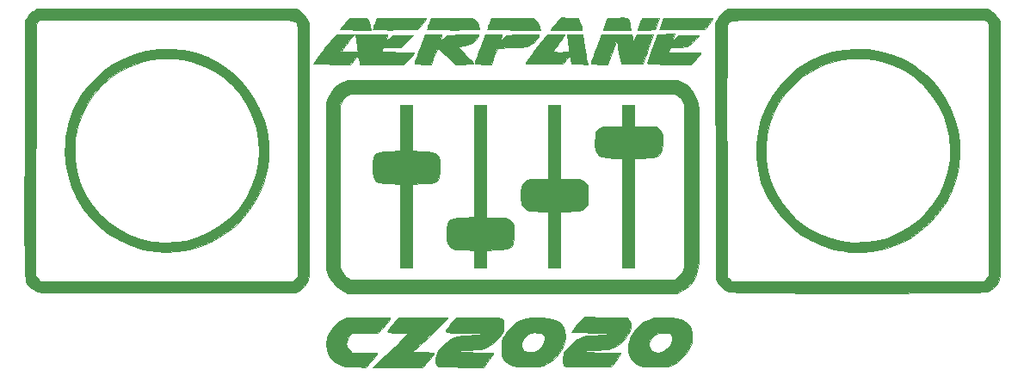
<source format=gbr>
%TF.GenerationSoftware,KiCad,Pcbnew,(5.1.5)-3*%
%TF.CreationDate,2020-06-01T09:44:54+02:00*%
%TF.ProjectId,speaker_grill,73706561-6b65-4725-9f67-72696c6c2e6b,rev?*%
%TF.SameCoordinates,PXbebc200PY5f5e100*%
%TF.FileFunction,Legend,Top*%
%TF.FilePolarity,Positive*%
%FSLAX46Y46*%
G04 Gerber Fmt 4.6, Leading zero omitted, Abs format (unit mm)*
G04 Created by KiCad (PCBNEW (5.1.5)-3) date 2020-06-01 09:44:54*
%MOMM*%
%LPD*%
G04 APERTURE LIST*
%ADD10C,0.010000*%
G04 APERTURE END LIST*
D10*
%TO.C,G\002A\002A\002A*%
G36*
X-14937751Y34075626D02*
G01*
X-13731670Y33876990D01*
X-12552930Y33530819D01*
X-11416795Y33036201D01*
X-10338532Y32392224D01*
X-10040423Y32178583D01*
X-9057065Y31345873D01*
X-8207974Y30422591D01*
X-7494076Y29422068D01*
X-6916299Y28357636D01*
X-6475569Y27242625D01*
X-6172814Y26090366D01*
X-6008960Y24914191D01*
X-5984933Y23727430D01*
X-6101662Y22543415D01*
X-6360073Y21375477D01*
X-6761092Y20236947D01*
X-7305647Y19141155D01*
X-7994664Y18101433D01*
X-8829071Y17131112D01*
X-8983420Y16976012D01*
X-9969237Y16119979D01*
X-11033815Y15413573D01*
X-12174506Y14857938D01*
X-13388663Y14454219D01*
X-14673640Y14203561D01*
X-15583000Y14121304D01*
X-16042931Y14110005D01*
X-16531932Y14117135D01*
X-16965749Y14140930D01*
X-17088188Y14152783D01*
X-18328606Y14375398D01*
X-19522898Y14751899D01*
X-20657537Y15271357D01*
X-21718995Y15922841D01*
X-22693745Y16695419D01*
X-23568261Y17578160D01*
X-24329015Y18560134D01*
X-24962479Y19630409D01*
X-25455127Y20778054D01*
X-25519168Y20965666D01*
X-25841650Y22207340D01*
X-26000862Y23462834D01*
X-26000579Y24412749D01*
X-25066465Y24412749D01*
X-25026912Y23238520D01*
X-24840441Y22083461D01*
X-24510428Y20963618D01*
X-24040250Y19895037D01*
X-23433283Y18893763D01*
X-22692904Y17975842D01*
X-22052366Y17351989D01*
X-21053005Y16583100D01*
X-19986941Y15968341D01*
X-18862319Y15509948D01*
X-17687282Y15210156D01*
X-16469975Y15071202D01*
X-15218544Y15095323D01*
X-14281470Y15218374D01*
X-13150120Y15504278D01*
X-12055709Y15946857D01*
X-11020150Y16534123D01*
X-10065356Y17254086D01*
X-9401805Y17888352D01*
X-8622404Y18831912D01*
X-7989269Y19845283D01*
X-7502203Y20913908D01*
X-7161008Y22023229D01*
X-6965486Y23158688D01*
X-6915440Y24305728D01*
X-7010673Y25449790D01*
X-7250986Y26576316D01*
X-7636182Y27670750D01*
X-8166064Y28718532D01*
X-8840434Y29705105D01*
X-9573376Y30531291D01*
X-10507398Y31346818D01*
X-11539656Y32026038D01*
X-12661531Y32564009D01*
X-13745242Y32924544D01*
X-14074290Y33008454D01*
X-14364568Y33068189D01*
X-14657049Y33107750D01*
X-14992707Y33131141D01*
X-15412516Y33142366D01*
X-15957450Y33145425D01*
X-16006334Y33145437D01*
X-16563347Y33142816D01*
X-16991942Y33132305D01*
X-17332989Y33109932D01*
X-17627356Y33071725D01*
X-17915913Y33013713D01*
X-18239531Y32931922D01*
X-18260066Y32926411D01*
X-19389933Y32539654D01*
X-20461893Y32009247D01*
X-21458666Y31349673D01*
X-22362973Y30575412D01*
X-23157532Y29700947D01*
X-23825063Y28740758D01*
X-24269850Y27889996D01*
X-24691310Y26754533D01*
X-24955723Y25590102D01*
X-25066465Y24412749D01*
X-26000579Y24412749D01*
X-26000488Y24717664D01*
X-25844208Y25957347D01*
X-25535706Y27167400D01*
X-25078663Y28333340D01*
X-24476761Y29440682D01*
X-23733682Y30474945D01*
X-22863476Y31411809D01*
X-21893468Y32220351D01*
X-20843937Y32887748D01*
X-19730149Y33413089D01*
X-18567370Y33795460D01*
X-17370867Y34033949D01*
X-16155905Y34127642D01*
X-14937751Y34075626D01*
G37*
X-14937751Y34075626D02*
X-13731670Y33876990D01*
X-12552930Y33530819D01*
X-11416795Y33036201D01*
X-10338532Y32392224D01*
X-10040423Y32178583D01*
X-9057065Y31345873D01*
X-8207974Y30422591D01*
X-7494076Y29422068D01*
X-6916299Y28357636D01*
X-6475569Y27242625D01*
X-6172814Y26090366D01*
X-6008960Y24914191D01*
X-5984933Y23727430D01*
X-6101662Y22543415D01*
X-6360073Y21375477D01*
X-6761092Y20236947D01*
X-7305647Y19141155D01*
X-7994664Y18101433D01*
X-8829071Y17131112D01*
X-8983420Y16976012D01*
X-9969237Y16119979D01*
X-11033815Y15413573D01*
X-12174506Y14857938D01*
X-13388663Y14454219D01*
X-14673640Y14203561D01*
X-15583000Y14121304D01*
X-16042931Y14110005D01*
X-16531932Y14117135D01*
X-16965749Y14140930D01*
X-17088188Y14152783D01*
X-18328606Y14375398D01*
X-19522898Y14751899D01*
X-20657537Y15271357D01*
X-21718995Y15922841D01*
X-22693745Y16695419D01*
X-23568261Y17578160D01*
X-24329015Y18560134D01*
X-24962479Y19630409D01*
X-25455127Y20778054D01*
X-25519168Y20965666D01*
X-25841650Y22207340D01*
X-26000862Y23462834D01*
X-26000579Y24412749D01*
X-25066465Y24412749D01*
X-25026912Y23238520D01*
X-24840441Y22083461D01*
X-24510428Y20963618D01*
X-24040250Y19895037D01*
X-23433283Y18893763D01*
X-22692904Y17975842D01*
X-22052366Y17351989D01*
X-21053005Y16583100D01*
X-19986941Y15968341D01*
X-18862319Y15509948D01*
X-17687282Y15210156D01*
X-16469975Y15071202D01*
X-15218544Y15095323D01*
X-14281470Y15218374D01*
X-13150120Y15504278D01*
X-12055709Y15946857D01*
X-11020150Y16534123D01*
X-10065356Y17254086D01*
X-9401805Y17888352D01*
X-8622404Y18831912D01*
X-7989269Y19845283D01*
X-7502203Y20913908D01*
X-7161008Y22023229D01*
X-6965486Y23158688D01*
X-6915440Y24305728D01*
X-7010673Y25449790D01*
X-7250986Y26576316D01*
X-7636182Y27670750D01*
X-8166064Y28718532D01*
X-8840434Y29705105D01*
X-9573376Y30531291D01*
X-10507398Y31346818D01*
X-11539656Y32026038D01*
X-12661531Y32564009D01*
X-13745242Y32924544D01*
X-14074290Y33008454D01*
X-14364568Y33068189D01*
X-14657049Y33107750D01*
X-14992707Y33131141D01*
X-15412516Y33142366D01*
X-15957450Y33145425D01*
X-16006334Y33145437D01*
X-16563347Y33142816D01*
X-16991942Y33132305D01*
X-17332989Y33109932D01*
X-17627356Y33071725D01*
X-17915913Y33013713D01*
X-18239531Y32931922D01*
X-18260066Y32926411D01*
X-19389933Y32539654D01*
X-20461893Y32009247D01*
X-21458666Y31349673D01*
X-22362973Y30575412D01*
X-23157532Y29700947D01*
X-23825063Y28740758D01*
X-24269850Y27889996D01*
X-24691310Y26754533D01*
X-24955723Y25590102D01*
X-25066465Y24412749D01*
X-26000579Y24412749D01*
X-26000488Y24717664D01*
X-25844208Y25957347D01*
X-25535706Y27167400D01*
X-25078663Y28333340D01*
X-24476761Y29440682D01*
X-23733682Y30474945D01*
X-22863476Y31411809D01*
X-21893468Y32220351D01*
X-20843937Y32887748D01*
X-19730149Y33413089D01*
X-18567370Y33795460D01*
X-17370867Y34033949D01*
X-16155905Y34127642D01*
X-14937751Y34075626D01*
G36*
X-37977334Y26511333D02*
G01*
X-36925497Y26511333D01*
X-36483881Y26509523D01*
X-36176531Y26500208D01*
X-35968386Y26477561D01*
X-35824387Y26435754D01*
X-35709474Y26368962D01*
X-35614762Y26293486D01*
X-35385184Y26015807D01*
X-35246911Y25636552D01*
X-35195260Y25137673D01*
X-35207121Y24722486D01*
X-35261176Y24263168D01*
X-35367054Y23918710D01*
X-35545653Y23673770D01*
X-35817873Y23513005D01*
X-36204615Y23421072D01*
X-36726777Y23382627D01*
X-37037629Y23378666D01*
X-37977334Y23378666D01*
X-37977334Y12626000D01*
X-39162667Y12626000D01*
X-39162667Y23378666D01*
X-40054387Y23378666D01*
X-40660584Y23399417D01*
X-41120016Y23472302D01*
X-41451337Y23613269D01*
X-41673204Y23838265D01*
X-41804272Y24163240D01*
X-41863196Y24604141D01*
X-41871684Y24932204D01*
X-41853310Y25467032D01*
X-41784195Y25868001D01*
X-41644119Y26153556D01*
X-41412861Y26342141D01*
X-41070203Y26452202D01*
X-40595923Y26502181D01*
X-40140538Y26511333D01*
X-39162667Y26511333D01*
X-39162667Y28628000D01*
X-37977334Y28628000D01*
X-37977334Y26511333D01*
G37*
X-37977334Y26511333D02*
X-36925497Y26511333D01*
X-36483881Y26509523D01*
X-36176531Y26500208D01*
X-35968386Y26477561D01*
X-35824387Y26435754D01*
X-35709474Y26368962D01*
X-35614762Y26293486D01*
X-35385184Y26015807D01*
X-35246911Y25636552D01*
X-35195260Y25137673D01*
X-35207121Y24722486D01*
X-35261176Y24263168D01*
X-35367054Y23918710D01*
X-35545653Y23673770D01*
X-35817873Y23513005D01*
X-36204615Y23421072D01*
X-36726777Y23382627D01*
X-37037629Y23378666D01*
X-37977334Y23378666D01*
X-37977334Y12626000D01*
X-39162667Y12626000D01*
X-39162667Y23378666D01*
X-40054387Y23378666D01*
X-40660584Y23399417D01*
X-41120016Y23472302D01*
X-41451337Y23613269D01*
X-41673204Y23838265D01*
X-41804272Y24163240D01*
X-41863196Y24604141D01*
X-41871684Y24932204D01*
X-41853310Y25467032D01*
X-41784195Y25868001D01*
X-41644119Y26153556D01*
X-41412861Y26342141D01*
X-41070203Y26452202D01*
X-40595923Y26502181D01*
X-40140538Y26511333D01*
X-39162667Y26511333D01*
X-39162667Y28628000D01*
X-37977334Y28628000D01*
X-37977334Y26511333D01*
G36*
X-45258667Y21346666D02*
G01*
X-44433167Y21346194D01*
X-43877343Y21331945D01*
X-43458989Y21284743D01*
X-43148127Y21196823D01*
X-42914776Y21060415D01*
X-42766443Y20914360D01*
X-42670107Y20788796D01*
X-42607421Y20660829D01*
X-42571207Y20491571D01*
X-42554287Y20242133D01*
X-42549485Y19873627D01*
X-42549334Y19738000D01*
X-42551952Y19327403D01*
X-42564593Y19047226D01*
X-42594433Y18858581D01*
X-42648650Y18722580D01*
X-42734421Y18600334D01*
X-42766443Y18561640D01*
X-42959959Y18381742D01*
X-43207459Y18256426D01*
X-43538924Y18177925D01*
X-43984333Y18138471D01*
X-44433167Y18129805D01*
X-45258667Y18129333D01*
X-45258667Y12626000D01*
X-46444000Y12626000D01*
X-46444000Y18129333D01*
X-47269500Y18129805D01*
X-47825325Y18144055D01*
X-48243679Y18191256D01*
X-48554541Y18279177D01*
X-48787891Y18415584D01*
X-48936225Y18561640D01*
X-49033642Y18688958D01*
X-49096590Y18818933D01*
X-49132532Y18991229D01*
X-49148934Y19245514D01*
X-49153261Y19621453D01*
X-49153334Y19715337D01*
X-49150216Y20122995D01*
X-49135942Y20402047D01*
X-49103128Y20593179D01*
X-49044390Y20737076D01*
X-48952346Y20874425D01*
X-48940054Y20890640D01*
X-48759907Y21076755D01*
X-48530072Y21207241D01*
X-48220753Y21290225D01*
X-47802151Y21333833D01*
X-47269500Y21346194D01*
X-46444000Y21346666D01*
X-46444000Y28628000D01*
X-45258667Y28628000D01*
X-45258667Y21346666D01*
G37*
X-45258667Y21346666D02*
X-44433167Y21346194D01*
X-43877343Y21331945D01*
X-43458989Y21284743D01*
X-43148127Y21196823D01*
X-42914776Y21060415D01*
X-42766443Y20914360D01*
X-42670107Y20788796D01*
X-42607421Y20660829D01*
X-42571207Y20491571D01*
X-42554287Y20242133D01*
X-42549485Y19873627D01*
X-42549334Y19738000D01*
X-42551952Y19327403D01*
X-42564593Y19047226D01*
X-42594433Y18858581D01*
X-42648650Y18722580D01*
X-42734421Y18600334D01*
X-42766443Y18561640D01*
X-42959959Y18381742D01*
X-43207459Y18256426D01*
X-43538924Y18177925D01*
X-43984333Y18138471D01*
X-44433167Y18129805D01*
X-45258667Y18129333D01*
X-45258667Y12626000D01*
X-46444000Y12626000D01*
X-46444000Y18129333D01*
X-47269500Y18129805D01*
X-47825325Y18144055D01*
X-48243679Y18191256D01*
X-48554541Y18279177D01*
X-48787891Y18415584D01*
X-48936225Y18561640D01*
X-49033642Y18688958D01*
X-49096590Y18818933D01*
X-49132532Y18991229D01*
X-49148934Y19245514D01*
X-49153261Y19621453D01*
X-49153334Y19715337D01*
X-49150216Y20122995D01*
X-49135942Y20402047D01*
X-49103128Y20593179D01*
X-49044390Y20737076D01*
X-48952346Y20874425D01*
X-48940054Y20890640D01*
X-48759907Y21076755D01*
X-48530072Y21207241D01*
X-48220753Y21290225D01*
X-47802151Y21333833D01*
X-47269500Y21346194D01*
X-46444000Y21346666D01*
X-46444000Y28628000D01*
X-45258667Y28628000D01*
X-45258667Y21346666D01*
G36*
X-52540000Y17536666D02*
G01*
X-51672167Y17531888D01*
X-51123908Y17515036D01*
X-50713991Y17465524D01*
X-50413115Y17374561D01*
X-50191979Y17233353D01*
X-50024099Y17037312D01*
X-49930317Y16875487D01*
X-49872389Y16699843D01*
X-49842130Y16464523D01*
X-49831355Y16123672D01*
X-49830667Y15953608D01*
X-49848438Y15422593D01*
X-49915517Y15023734D01*
X-50052559Y14737528D01*
X-50280215Y14544473D01*
X-50619139Y14425065D01*
X-51089982Y14359800D01*
X-51545167Y14334541D01*
X-52540000Y14298462D01*
X-52540000Y12626000D01*
X-53725334Y12626000D01*
X-53725334Y14301498D01*
X-54723950Y14331582D01*
X-55235604Y14356030D01*
X-55611122Y14401402D01*
X-55883434Y14479131D01*
X-56085471Y14600648D01*
X-56250163Y14777385D01*
X-56327655Y14888289D01*
X-56403057Y15045409D01*
X-56449346Y15262386D01*
X-56472067Y15577983D01*
X-56477000Y15932625D01*
X-56461717Y16455894D01*
X-56401869Y16848091D01*
X-56276459Y17128691D01*
X-56064490Y17317167D01*
X-55744964Y17432994D01*
X-55296885Y17495646D01*
X-54762500Y17522781D01*
X-53725334Y17554079D01*
X-53725334Y28628000D01*
X-52540000Y28628000D01*
X-52540000Y17536666D01*
G37*
X-52540000Y17536666D02*
X-51672167Y17531888D01*
X-51123908Y17515036D01*
X-50713991Y17465524D01*
X-50413115Y17374561D01*
X-50191979Y17233353D01*
X-50024099Y17037312D01*
X-49930317Y16875487D01*
X-49872389Y16699843D01*
X-49842130Y16464523D01*
X-49831355Y16123672D01*
X-49830667Y15953608D01*
X-49848438Y15422593D01*
X-49915517Y15023734D01*
X-50052559Y14737528D01*
X-50280215Y14544473D01*
X-50619139Y14425065D01*
X-51089982Y14359800D01*
X-51545167Y14334541D01*
X-52540000Y14298462D01*
X-52540000Y12626000D01*
X-53725334Y12626000D01*
X-53725334Y14301498D01*
X-54723950Y14331582D01*
X-55235604Y14356030D01*
X-55611122Y14401402D01*
X-55883434Y14479131D01*
X-56085471Y14600648D01*
X-56250163Y14777385D01*
X-56327655Y14888289D01*
X-56403057Y15045409D01*
X-56449346Y15262386D01*
X-56472067Y15577983D01*
X-56477000Y15932625D01*
X-56461717Y16455894D01*
X-56401869Y16848091D01*
X-56276459Y17128691D01*
X-56064490Y17317167D01*
X-55744964Y17432994D01*
X-55296885Y17495646D01*
X-54762500Y17522781D01*
X-53725334Y17554079D01*
X-53725334Y28628000D01*
X-52540000Y28628000D01*
X-52540000Y17536666D01*
G36*
X-59821334Y24073835D02*
G01*
X-58826500Y24041969D01*
X-58308596Y24015635D01*
X-57929475Y23967030D01*
X-57658913Y23884340D01*
X-57466683Y23755752D01*
X-57322560Y23569456D01*
X-57246295Y23424413D01*
X-57169232Y23155238D01*
X-57124383Y22779315D01*
X-57112328Y22356248D01*
X-57133648Y21945640D01*
X-57188921Y21607097D01*
X-57227449Y21488253D01*
X-57351077Y21256091D01*
X-57516543Y21088842D01*
X-57752111Y20975273D01*
X-58086042Y20904152D01*
X-58546601Y20864244D01*
X-58826500Y20852698D01*
X-59821334Y20820831D01*
X-59821334Y12626000D01*
X-61006667Y12626000D01*
X-61006667Y20821254D01*
X-62043834Y20852552D01*
X-62626424Y20883802D01*
X-63061443Y20950543D01*
X-63369898Y21072317D01*
X-63572797Y21268665D01*
X-63691149Y21559128D01*
X-63745962Y21963247D01*
X-63758334Y22447333D01*
X-63743408Y22969443D01*
X-63684593Y23360863D01*
X-63560834Y23641163D01*
X-63351073Y23829916D01*
X-63034256Y23946694D01*
X-62589327Y24011069D01*
X-62043834Y24041005D01*
X-61006667Y24076442D01*
X-61006667Y28628000D01*
X-59821334Y28628000D01*
X-59821334Y24073835D01*
G37*
X-59821334Y24073835D02*
X-58826500Y24041969D01*
X-58308596Y24015635D01*
X-57929475Y23967030D01*
X-57658913Y23884340D01*
X-57466683Y23755752D01*
X-57322560Y23569456D01*
X-57246295Y23424413D01*
X-57169232Y23155238D01*
X-57124383Y22779315D01*
X-57112328Y22356248D01*
X-57133648Y21945640D01*
X-57188921Y21607097D01*
X-57227449Y21488253D01*
X-57351077Y21256091D01*
X-57516543Y21088842D01*
X-57752111Y20975273D01*
X-58086042Y20904152D01*
X-58546601Y20864244D01*
X-58826500Y20852698D01*
X-59821334Y20820831D01*
X-59821334Y12626000D01*
X-61006667Y12626000D01*
X-61006667Y20821254D01*
X-62043834Y20852552D01*
X-62626424Y20883802D01*
X-63061443Y20950543D01*
X-63369898Y21072317D01*
X-63572797Y21268665D01*
X-63691149Y21559128D01*
X-63745962Y21963247D01*
X-63758334Y22447333D01*
X-63743408Y22969443D01*
X-63684593Y23360863D01*
X-63560834Y23641163D01*
X-63351073Y23829916D01*
X-63034256Y23946694D01*
X-62589327Y24011069D01*
X-62043834Y24041005D01*
X-61006667Y24076442D01*
X-61006667Y28628000D01*
X-59821334Y28628000D01*
X-59821334Y24073835D01*
G36*
X-82348960Y33998770D02*
G01*
X-81150726Y33723396D01*
X-79990203Y33300273D01*
X-78881482Y32730639D01*
X-77838655Y32015729D01*
X-77111298Y31387845D01*
X-76236376Y30441174D01*
X-75489489Y29389567D01*
X-74878779Y28247671D01*
X-74412391Y27030133D01*
X-74164736Y26088000D01*
X-74074604Y25507134D01*
X-74021470Y24817648D01*
X-74005393Y24076178D01*
X-74026435Y23339358D01*
X-74084654Y22663824D01*
X-74160603Y22193333D01*
X-74514954Y20906772D01*
X-75014813Y19702654D01*
X-75654256Y18588653D01*
X-76427358Y17572442D01*
X-77328193Y16661693D01*
X-78350838Y15864080D01*
X-79489368Y15187274D01*
X-79622276Y15120108D01*
X-80669758Y14683430D01*
X-81801962Y14362813D01*
X-82974526Y14166104D01*
X-84143083Y14101152D01*
X-85085459Y14153742D01*
X-86349022Y14376684D01*
X-87546218Y14747465D01*
X-88668678Y15255073D01*
X-89708034Y15888497D01*
X-90655916Y16636725D01*
X-91503957Y17488746D01*
X-92243788Y18433547D01*
X-92867041Y19460117D01*
X-93365346Y20557443D01*
X-93730335Y21714516D01*
X-93953641Y22920321D01*
X-94026894Y24163849D01*
X-94002903Y24521666D01*
X-93069151Y24521666D01*
X-93044010Y23272774D01*
X-92856037Y22066998D01*
X-92507865Y20911449D01*
X-92002123Y19813241D01*
X-91341442Y18779485D01*
X-90628364Y17922739D01*
X-89730060Y17081161D01*
X-88744126Y16380034D01*
X-87683160Y15823326D01*
X-86559758Y15415004D01*
X-85386519Y15159032D01*
X-84176038Y15059378D01*
X-82940914Y15120009D01*
X-82131000Y15247217D01*
X-80990660Y15560293D01*
X-79896670Y16029007D01*
X-78867521Y16641970D01*
X-77921706Y17387795D01*
X-77077716Y18255091D01*
X-76902636Y18467191D01*
X-76206170Y19468644D01*
X-75659388Y20535511D01*
X-75262986Y21652729D01*
X-75017658Y22805237D01*
X-74924103Y23977970D01*
X-74983015Y25155867D01*
X-75195091Y26323863D01*
X-75561027Y27466898D01*
X-76081519Y28569906D01*
X-76410433Y29117938D01*
X-76612181Y29397653D01*
X-76894885Y29747779D01*
X-77218479Y30120286D01*
X-77493704Y30416511D01*
X-78420940Y31262051D01*
X-79430635Y31959795D01*
X-80525132Y32511127D01*
X-81706774Y32917432D01*
X-81739935Y32926411D01*
X-82066813Y33009690D01*
X-82356279Y33068963D01*
X-82649204Y33108201D01*
X-82986457Y33131378D01*
X-83408908Y33142463D01*
X-83957427Y33145431D01*
X-83993667Y33145437D01*
X-84550065Y33142845D01*
X-84978148Y33132401D01*
X-85318889Y33110101D01*
X-85613261Y33071943D01*
X-85902239Y33013923D01*
X-86226797Y32932040D01*
X-86254759Y32924544D01*
X-87437307Y32523512D01*
X-88532235Y31985388D01*
X-89530722Y31321052D01*
X-90423945Y30541383D01*
X-91203081Y29657259D01*
X-91859308Y28679560D01*
X-92383803Y27619165D01*
X-92767744Y26486953D01*
X-93002309Y25293802D01*
X-93069151Y24521666D01*
X-94002903Y24521666D01*
X-93941725Y25434087D01*
X-93895922Y25747007D01*
X-93619788Y26965709D01*
X-93191863Y28134573D01*
X-92604770Y29272374D01*
X-92348639Y29684764D01*
X-92055669Y30082757D01*
X-91660775Y30544160D01*
X-91199536Y31033563D01*
X-90707534Y31515553D01*
X-90220349Y31954718D01*
X-89773562Y32315646D01*
X-89541084Y32479007D01*
X-88412534Y33116107D01*
X-87237140Y33598034D01*
X-86028993Y33926027D01*
X-84802185Y34101323D01*
X-83570810Y34125158D01*
X-82348960Y33998770D01*
G37*
X-82348960Y33998770D02*
X-81150726Y33723396D01*
X-79990203Y33300273D01*
X-78881482Y32730639D01*
X-77838655Y32015729D01*
X-77111298Y31387845D01*
X-76236376Y30441174D01*
X-75489489Y29389567D01*
X-74878779Y28247671D01*
X-74412391Y27030133D01*
X-74164736Y26088000D01*
X-74074604Y25507134D01*
X-74021470Y24817648D01*
X-74005393Y24076178D01*
X-74026435Y23339358D01*
X-74084654Y22663824D01*
X-74160603Y22193333D01*
X-74514954Y20906772D01*
X-75014813Y19702654D01*
X-75654256Y18588653D01*
X-76427358Y17572442D01*
X-77328193Y16661693D01*
X-78350838Y15864080D01*
X-79489368Y15187274D01*
X-79622276Y15120108D01*
X-80669758Y14683430D01*
X-81801962Y14362813D01*
X-82974526Y14166104D01*
X-84143083Y14101152D01*
X-85085459Y14153742D01*
X-86349022Y14376684D01*
X-87546218Y14747465D01*
X-88668678Y15255073D01*
X-89708034Y15888497D01*
X-90655916Y16636725D01*
X-91503957Y17488746D01*
X-92243788Y18433547D01*
X-92867041Y19460117D01*
X-93365346Y20557443D01*
X-93730335Y21714516D01*
X-93953641Y22920321D01*
X-94026894Y24163849D01*
X-94002903Y24521666D01*
X-93069151Y24521666D01*
X-93044010Y23272774D01*
X-92856037Y22066998D01*
X-92507865Y20911449D01*
X-92002123Y19813241D01*
X-91341442Y18779485D01*
X-90628364Y17922739D01*
X-89730060Y17081161D01*
X-88744126Y16380034D01*
X-87683160Y15823326D01*
X-86559758Y15415004D01*
X-85386519Y15159032D01*
X-84176038Y15059378D01*
X-82940914Y15120009D01*
X-82131000Y15247217D01*
X-80990660Y15560293D01*
X-79896670Y16029007D01*
X-78867521Y16641970D01*
X-77921706Y17387795D01*
X-77077716Y18255091D01*
X-76902636Y18467191D01*
X-76206170Y19468644D01*
X-75659388Y20535511D01*
X-75262986Y21652729D01*
X-75017658Y22805237D01*
X-74924103Y23977970D01*
X-74983015Y25155867D01*
X-75195091Y26323863D01*
X-75561027Y27466898D01*
X-76081519Y28569906D01*
X-76410433Y29117938D01*
X-76612181Y29397653D01*
X-76894885Y29747779D01*
X-77218479Y30120286D01*
X-77493704Y30416511D01*
X-78420940Y31262051D01*
X-79430635Y31959795D01*
X-80525132Y32511127D01*
X-81706774Y32917432D01*
X-81739935Y32926411D01*
X-82066813Y33009690D01*
X-82356279Y33068963D01*
X-82649204Y33108201D01*
X-82986457Y33131378D01*
X-83408908Y33142463D01*
X-83957427Y33145431D01*
X-83993667Y33145437D01*
X-84550065Y33142845D01*
X-84978148Y33132401D01*
X-85318889Y33110101D01*
X-85613261Y33071943D01*
X-85902239Y33013923D01*
X-86226797Y32932040D01*
X-86254759Y32924544D01*
X-87437307Y32523512D01*
X-88532235Y31985388D01*
X-89530722Y31321052D01*
X-90423945Y30541383D01*
X-91203081Y29657259D01*
X-91859308Y28679560D01*
X-92383803Y27619165D01*
X-92767744Y26486953D01*
X-93002309Y25293802D01*
X-93069151Y24521666D01*
X-94002903Y24521666D01*
X-93941725Y25434087D01*
X-93895922Y25747007D01*
X-93619788Y26965709D01*
X-93191863Y28134573D01*
X-92604770Y29272374D01*
X-92348639Y29684764D01*
X-92055669Y30082757D01*
X-91660775Y30544160D01*
X-91199536Y31033563D01*
X-90707534Y31515553D01*
X-90220349Y31954718D01*
X-89773562Y32315646D01*
X-89541084Y32479007D01*
X-88412534Y33116107D01*
X-87237140Y33598034D01*
X-86028993Y33926027D01*
X-84802185Y34101323D01*
X-83570810Y34125158D01*
X-82348960Y33998770D01*
G36*
X-31520742Y37161609D02*
G01*
X-31037136Y37155971D01*
X-30654568Y37146398D01*
X-30394177Y37133294D01*
X-30277100Y37117063D01*
X-30272667Y37112932D01*
X-30322363Y37018252D01*
X-30453819Y36830656D01*
X-30640587Y36587475D01*
X-30678479Y36540133D01*
X-31084290Y36036333D01*
X-33303145Y36013761D01*
X-33895788Y36010097D01*
X-34428371Y36011344D01*
X-34878823Y36017080D01*
X-35225073Y36026882D01*
X-35445051Y36040329D01*
X-35516968Y36056094D01*
X-35487177Y36164105D01*
X-35414501Y36381320D01*
X-35326154Y36629000D01*
X-35140373Y37137000D01*
X-32706520Y37159465D01*
X-32084250Y37162909D01*
X-31520742Y37161609D01*
G37*
X-31520742Y37161609D02*
X-31037136Y37155971D01*
X-30654568Y37146398D01*
X-30394177Y37133294D01*
X-30277100Y37117063D01*
X-30272667Y37112932D01*
X-30322363Y37018252D01*
X-30453819Y36830656D01*
X-30640587Y36587475D01*
X-30678479Y36540133D01*
X-31084290Y36036333D01*
X-33303145Y36013761D01*
X-33895788Y36010097D01*
X-34428371Y36011344D01*
X-34878823Y36017080D01*
X-35225073Y36026882D01*
X-35445051Y36040329D01*
X-35516968Y36056094D01*
X-35487177Y36164105D01*
X-35414501Y36381320D01*
X-35326154Y36629000D01*
X-35140373Y37137000D01*
X-32706520Y37159465D01*
X-32084250Y37162909D01*
X-31520742Y37161609D01*
G36*
X-35687200Y36734833D02*
G01*
X-35785719Y36458279D01*
X-35869315Y36230516D01*
X-35903364Y36142166D01*
X-35953608Y36072990D01*
X-36058101Y36028994D01*
X-36249140Y36004821D01*
X-36559021Y35995114D01*
X-36796499Y35994000D01*
X-37629547Y35994000D01*
X-37473468Y36438500D01*
X-37374949Y36715054D01*
X-37291352Y36942817D01*
X-37257303Y37031166D01*
X-37207060Y37100343D01*
X-37102567Y37144339D01*
X-36911528Y37168512D01*
X-36601647Y37178219D01*
X-36364169Y37179333D01*
X-35531121Y37179333D01*
X-35687200Y36734833D01*
G37*
X-35687200Y36734833D02*
X-35785719Y36458279D01*
X-35869315Y36230516D01*
X-35903364Y36142166D01*
X-35953608Y36072990D01*
X-36058101Y36028994D01*
X-36249140Y36004821D01*
X-36559021Y35995114D01*
X-36796499Y35994000D01*
X-37629547Y35994000D01*
X-37473468Y36438500D01*
X-37374949Y36715054D01*
X-37291352Y36942817D01*
X-37257303Y37031166D01*
X-37207060Y37100343D01*
X-37102567Y37144339D01*
X-36911528Y37168512D01*
X-36601647Y37178219D01*
X-36364169Y37179333D01*
X-35531121Y37179333D01*
X-35687200Y36734833D01*
G36*
X-38877460Y37174547D02*
G01*
X-38684863Y37139208D01*
X-38570678Y37055809D01*
X-38504710Y36904778D01*
X-38456765Y36666544D01*
X-38410399Y36396166D01*
X-38337862Y35994000D01*
X-41086611Y35994000D01*
X-40875365Y36586666D01*
X-40664119Y37179333D01*
X-39618673Y37179333D01*
X-39178665Y37181399D01*
X-38877460Y37174547D01*
G37*
X-38877460Y37174547D02*
X-38684863Y37139208D01*
X-38570678Y37055809D01*
X-38504710Y36904778D01*
X-38456765Y36666544D01*
X-38410399Y36396166D01*
X-38337862Y35994000D01*
X-41086611Y35994000D01*
X-40875365Y36586666D01*
X-40664119Y37179333D01*
X-39618673Y37179333D01*
X-39178665Y37181399D01*
X-38877460Y37174547D01*
G36*
X-44358578Y37161354D02*
G01*
X-43523000Y37137000D01*
X-43382417Y36840666D01*
X-43269947Y36560518D01*
X-43188362Y36284044D01*
X-43185190Y36269166D01*
X-43128546Y35994000D01*
X-46201531Y35994000D01*
X-46013601Y36257924D01*
X-45840324Y36479418D01*
X-45616164Y36738854D01*
X-45509913Y36853778D01*
X-45194155Y37185708D01*
X-44358578Y37161354D01*
G37*
X-44358578Y37161354D02*
X-43523000Y37137000D01*
X-43382417Y36840666D01*
X-43269947Y36560518D01*
X-43188362Y36284044D01*
X-43185190Y36269166D01*
X-43128546Y35994000D01*
X-46201531Y35994000D01*
X-46013601Y36257924D01*
X-45840324Y36479418D01*
X-45616164Y36738854D01*
X-45509913Y36853778D01*
X-45194155Y37185708D01*
X-44358578Y37161354D01*
G36*
X-49395386Y37178695D02*
G01*
X-48899797Y37175607D01*
X-48529115Y37168308D01*
X-48261128Y37155038D01*
X-48073622Y37134037D01*
X-47944385Y37103543D01*
X-47851205Y37061796D01*
X-47771868Y37007035D01*
X-47761429Y36998881D01*
X-47565690Y36799523D01*
X-47425120Y36532231D01*
X-47324498Y36201932D01*
X-47272310Y35994000D01*
X-49863822Y35994000D01*
X-50506834Y35995991D01*
X-51091773Y36001629D01*
X-51598141Y36010413D01*
X-52005443Y36021840D01*
X-52293181Y36035408D01*
X-52440857Y36050615D01*
X-52456191Y36057500D01*
X-52430416Y36164549D01*
X-52362171Y36382625D01*
X-52271200Y36650166D01*
X-52085352Y37179333D01*
X-50038094Y37179333D01*
X-49395386Y37178695D01*
G37*
X-49395386Y37178695D02*
X-48899797Y37175607D01*
X-48529115Y37168308D01*
X-48261128Y37155038D01*
X-48073622Y37134037D01*
X-47944385Y37103543D01*
X-47851205Y37061796D01*
X-47771868Y37007035D01*
X-47761429Y36998881D01*
X-47565690Y36799523D01*
X-47425120Y36532231D01*
X-47324498Y36201932D01*
X-47272310Y35994000D01*
X-49863822Y35994000D01*
X-50506834Y35995991D01*
X-51091773Y36001629D01*
X-51598141Y36010413D01*
X-52005443Y36021840D01*
X-52293181Y36035408D01*
X-52440857Y36050615D01*
X-52456191Y36057500D01*
X-52430416Y36164549D01*
X-52362171Y36382625D01*
X-52271200Y36650166D01*
X-52085352Y37179333D01*
X-50038094Y37179333D01*
X-49395386Y37178695D01*
G36*
X-53649640Y36962224D02*
G01*
X-53452277Y36722924D01*
X-53295055Y36405662D01*
X-53219522Y36097483D01*
X-53217806Y36057500D01*
X-53298930Y36041719D01*
X-53528866Y36027368D01*
X-53887093Y36014951D01*
X-54353093Y36004974D01*
X-54906346Y35997940D01*
X-55526332Y35994356D01*
X-55799667Y35994000D01*
X-56441445Y35995998D01*
X-57025071Y36001655D01*
X-57530019Y36010466D01*
X-57935766Y36021927D01*
X-58221785Y36035534D01*
X-58367554Y36050780D01*
X-58382018Y36057500D01*
X-58355322Y36164351D01*
X-58285473Y36382025D01*
X-58192275Y36650166D01*
X-58002515Y37179333D01*
X-53907659Y37179333D01*
X-53649640Y36962224D01*
G37*
X-53649640Y36962224D02*
X-53452277Y36722924D01*
X-53295055Y36405662D01*
X-53219522Y36097483D01*
X-53217806Y36057500D01*
X-53298930Y36041719D01*
X-53528866Y36027368D01*
X-53887093Y36014951D01*
X-54353093Y36004974D01*
X-54906346Y35997940D01*
X-55526332Y35994356D01*
X-55799667Y35994000D01*
X-56441445Y35995998D01*
X-57025071Y36001655D01*
X-57530019Y36010466D01*
X-57935766Y36021927D01*
X-58221785Y36035534D01*
X-58367554Y36050780D01*
X-58382018Y36057500D01*
X-58355322Y36164351D01*
X-58285473Y36382025D01*
X-58192275Y36650166D01*
X-58002515Y37179333D01*
X-53907659Y37179333D01*
X-53649640Y36962224D01*
G36*
X-60279146Y37177478D02*
G01*
X-59715467Y37172233D01*
X-59231690Y37164084D01*
X-58848952Y37153512D01*
X-58588390Y37141002D01*
X-58471141Y37127036D01*
X-58466667Y37123654D01*
X-58518553Y37016817D01*
X-58651594Y36827404D01*
X-58831869Y36597063D01*
X-59025453Y36367437D01*
X-59198425Y36180173D01*
X-59316861Y36076915D01*
X-59321391Y36074355D01*
X-59441248Y36052781D01*
X-59696195Y36034450D01*
X-60059124Y36019466D01*
X-60502924Y36007933D01*
X-61000488Y35999955D01*
X-61524707Y35995635D01*
X-62048473Y35995079D01*
X-62544675Y35998390D01*
X-62986207Y36005671D01*
X-63345958Y36017028D01*
X-63596820Y36032563D01*
X-63711686Y36052380D01*
X-63716018Y36057500D01*
X-63689322Y36164351D01*
X-63619473Y36382025D01*
X-63526275Y36650166D01*
X-63336515Y37179333D01*
X-60901591Y37179333D01*
X-60279146Y37177478D01*
G37*
X-60279146Y37177478D02*
X-59715467Y37172233D01*
X-59231690Y37164084D01*
X-58848952Y37153512D01*
X-58588390Y37141002D01*
X-58471141Y37127036D01*
X-58466667Y37123654D01*
X-58518553Y37016817D01*
X-58651594Y36827404D01*
X-58831869Y36597063D01*
X-59025453Y36367437D01*
X-59198425Y36180173D01*
X-59316861Y36076915D01*
X-59321391Y36074355D01*
X-59441248Y36052781D01*
X-59696195Y36034450D01*
X-60059124Y36019466D01*
X-60502924Y36007933D01*
X-61000488Y35999955D01*
X-61524707Y35995635D01*
X-62048473Y35995079D01*
X-62544675Y35998390D01*
X-62986207Y36005671D01*
X-63345958Y36017028D01*
X-63596820Y36032563D01*
X-63711686Y36052380D01*
X-63716018Y36057500D01*
X-63689322Y36164351D01*
X-63619473Y36382025D01*
X-63526275Y36650166D01*
X-63336515Y37179333D01*
X-60901591Y37179333D01*
X-60279146Y37177478D01*
G36*
X-64186263Y36934221D02*
G01*
X-64088120Y36683642D01*
X-64011864Y36386863D01*
X-64003934Y36341554D01*
X-63948358Y35994000D01*
X-65440846Y35994000D01*
X-65922330Y35997772D01*
X-66339191Y36008243D01*
X-66664432Y36024141D01*
X-66871058Y36044197D01*
X-66933334Y36064238D01*
X-66880085Y36155366D01*
X-66738356Y36336440D01*
X-66535169Y36573583D01*
X-66460563Y36656905D01*
X-65987793Y37179333D01*
X-64313016Y37179333D01*
X-64186263Y36934221D01*
G37*
X-64186263Y36934221D02*
X-64088120Y36683642D01*
X-64011864Y36386863D01*
X-64003934Y36341554D01*
X-63948358Y35994000D01*
X-65440846Y35994000D01*
X-65922330Y35997772D01*
X-66339191Y36008243D01*
X-66664432Y36024141D01*
X-66871058Y36044197D01*
X-66933334Y36064238D01*
X-66880085Y36155366D01*
X-66738356Y36336440D01*
X-66535169Y36573583D01*
X-66460563Y36656905D01*
X-65987793Y37179333D01*
X-64313016Y37179333D01*
X-64186263Y36934221D01*
G36*
X-34114661Y35370052D02*
G01*
X-34178681Y35140806D01*
X-34221784Y35007032D01*
X-34204595Y34964037D01*
X-34087338Y35039929D01*
X-33943409Y35168500D01*
X-33609861Y35486000D01*
X-32618597Y35486000D01*
X-32231535Y35483339D01*
X-31915228Y35476100D01*
X-31702802Y35465396D01*
X-31627334Y35452677D01*
X-31683871Y35383083D01*
X-31835702Y35223608D01*
X-32056158Y35001839D01*
X-32198834Y34861516D01*
X-32770334Y34303678D01*
X-33629885Y34302172D01*
X-34489435Y34300666D01*
X-34666525Y33792666D01*
X-33062263Y33792666D01*
X-32427291Y33788074D01*
X-31948303Y33774438D01*
X-31629132Y33751966D01*
X-31473608Y33720870D01*
X-31458000Y33704886D01*
X-31513507Y33607389D01*
X-31661206Y33424919D01*
X-31872870Y33191554D01*
X-31948988Y33112220D01*
X-32439975Y32607333D01*
X-34573655Y32607333D01*
X-35230537Y32608057D01*
X-35737292Y32611121D01*
X-36113120Y32617862D01*
X-36377223Y32629619D01*
X-36548804Y32647730D01*
X-36647065Y32673531D01*
X-36691206Y32708361D01*
X-36700432Y32753558D01*
X-36700351Y32755500D01*
X-36669872Y32882144D01*
X-36590088Y33137202D01*
X-36471070Y33490507D01*
X-36322888Y33911890D01*
X-36212775Y34216000D01*
X-35732183Y35528333D01*
X-34062711Y35577039D01*
X-34114661Y35370052D01*
G37*
X-34114661Y35370052D02*
X-34178681Y35140806D01*
X-34221784Y35007032D01*
X-34204595Y34964037D01*
X-34087338Y35039929D01*
X-33943409Y35168500D01*
X-33609861Y35486000D01*
X-32618597Y35486000D01*
X-32231535Y35483339D01*
X-31915228Y35476100D01*
X-31702802Y35465396D01*
X-31627334Y35452677D01*
X-31683871Y35383083D01*
X-31835702Y35223608D01*
X-32056158Y35001839D01*
X-32198834Y34861516D01*
X-32770334Y34303678D01*
X-33629885Y34302172D01*
X-34489435Y34300666D01*
X-34666525Y33792666D01*
X-33062263Y33792666D01*
X-32427291Y33788074D01*
X-31948303Y33774438D01*
X-31629132Y33751966D01*
X-31473608Y33720870D01*
X-31458000Y33704886D01*
X-31513507Y33607389D01*
X-31661206Y33424919D01*
X-31872870Y33191554D01*
X-31948988Y33112220D01*
X-32439975Y32607333D01*
X-34573655Y32607333D01*
X-35230537Y32608057D01*
X-35737292Y32611121D01*
X-36113120Y32617862D01*
X-36377223Y32629619D01*
X-36548804Y32647730D01*
X-36647065Y32673531D01*
X-36691206Y32708361D01*
X-36700432Y32753558D01*
X-36700351Y32755500D01*
X-36669872Y32882144D01*
X-36590088Y33137202D01*
X-36471070Y33490507D01*
X-36322888Y33911890D01*
X-36212775Y34216000D01*
X-35732183Y35528333D01*
X-34062711Y35577039D01*
X-34114661Y35370052D01*
G36*
X-36463429Y34618166D02*
G01*
X-36620492Y34182984D01*
X-36777267Y33748707D01*
X-36913131Y33372460D01*
X-36990725Y33157666D01*
X-37174302Y32649666D01*
X-39289667Y32649666D01*
X-39497964Y33771500D01*
X-39577756Y34182243D01*
X-39651152Y34525486D01*
X-39711131Y34770790D01*
X-39750671Y34887716D01*
X-39756769Y34893333D01*
X-39801675Y34818091D01*
X-39890859Y34611241D01*
X-40012937Y34301098D01*
X-40156526Y33915977D01*
X-40216340Y33750333D01*
X-40625403Y32607333D01*
X-41469427Y32607333D01*
X-41871976Y32612716D01*
X-42126485Y32630701D01*
X-42253962Y32664045D01*
X-42276290Y32713166D01*
X-42236626Y32824634D01*
X-42150021Y33067134D01*
X-42026626Y33412280D01*
X-41876586Y33831685D01*
X-41746613Y34194833D01*
X-41254096Y35570667D01*
X-39751874Y35570666D01*
X-38249652Y35570666D01*
X-38173681Y35168500D01*
X-38097711Y34766333D01*
X-37941353Y35168500D01*
X-37784995Y35570666D01*
X-36952352Y35570666D01*
X-36119709Y35570667D01*
X-36463429Y34618166D01*
G37*
X-36463429Y34618166D02*
X-36620492Y34182984D01*
X-36777267Y33748707D01*
X-36913131Y33372460D01*
X-36990725Y33157666D01*
X-37174302Y32649666D01*
X-39289667Y32649666D01*
X-39497964Y33771500D01*
X-39577756Y34182243D01*
X-39651152Y34525486D01*
X-39711131Y34770790D01*
X-39750671Y34887716D01*
X-39756769Y34893333D01*
X-39801675Y34818091D01*
X-39890859Y34611241D01*
X-40012937Y34301098D01*
X-40156526Y33915977D01*
X-40216340Y33750333D01*
X-40625403Y32607333D01*
X-41469427Y32607333D01*
X-41871976Y32612716D01*
X-42126485Y32630701D01*
X-42253962Y32664045D01*
X-42276290Y32713166D01*
X-42236626Y32824634D01*
X-42150021Y33067134D01*
X-42026626Y33412280D01*
X-41876586Y33831685D01*
X-41746613Y34194833D01*
X-41254096Y35570667D01*
X-39751874Y35570666D01*
X-38249652Y35570666D01*
X-38173681Y35168500D01*
X-38097711Y34766333D01*
X-37941353Y35168500D01*
X-37784995Y35570666D01*
X-36952352Y35570666D01*
X-36119709Y35570667D01*
X-36463429Y34618166D01*
G36*
X-42894713Y34364166D02*
G01*
X-42824337Y33906628D01*
X-42759085Y33486891D01*
X-42705117Y33144273D01*
X-42668594Y32918091D01*
X-42662024Y32879190D01*
X-42613913Y32600713D01*
X-43407124Y32625190D01*
X-44200334Y32649666D01*
X-44274160Y33084670D01*
X-44347987Y33519674D01*
X-44702510Y33084670D01*
X-45057034Y32649666D01*
X-46900047Y32626830D01*
X-47519395Y32620860D01*
X-47987704Y32620922D01*
X-48323191Y32627919D01*
X-48544074Y32642754D01*
X-48668568Y32666329D01*
X-48714890Y32699549D01*
X-48715363Y32716815D01*
X-48657001Y32815472D01*
X-48510184Y33025407D01*
X-48291015Y33324700D01*
X-48015598Y33691431D01*
X-47700036Y34103681D01*
X-47629334Y34195071D01*
X-46571000Y35560508D01*
X-45703167Y35565587D01*
X-45342978Y35562609D01*
X-45055805Y35550553D01*
X-44877043Y35531499D01*
X-44835334Y35514608D01*
X-44883346Y35428691D01*
X-45013877Y35237066D01*
X-45206667Y34968603D01*
X-45428000Y34670060D01*
X-45660810Y34356734D01*
X-45850633Y34094420D01*
X-45977274Y33911501D01*
X-46020667Y33837118D01*
X-45942136Y33818017D01*
X-45731056Y33803027D01*
X-45424200Y33794181D01*
X-45216334Y33792666D01*
X-44839922Y33796002D01*
X-44602129Y33809776D01*
X-44472308Y33839638D01*
X-44419812Y33891238D01*
X-44412640Y33940833D01*
X-44426413Y34105506D01*
X-44461365Y34380425D01*
X-44509119Y34709102D01*
X-44561301Y35035049D01*
X-44609534Y35301777D01*
X-44626057Y35380166D01*
X-44639271Y35468814D01*
X-44610051Y35524554D01*
X-44508287Y35555018D01*
X-44303866Y35567836D01*
X-43966677Y35570637D01*
X-43874259Y35570666D01*
X-43079290Y35570666D01*
X-42894713Y34364166D01*
G37*
X-42894713Y34364166D02*
X-42824337Y33906628D01*
X-42759085Y33486891D01*
X-42705117Y33144273D01*
X-42668594Y32918091D01*
X-42662024Y32879190D01*
X-42613913Y32600713D01*
X-43407124Y32625190D01*
X-44200334Y32649666D01*
X-44274160Y33084670D01*
X-44347987Y33519674D01*
X-44702510Y33084670D01*
X-45057034Y32649666D01*
X-46900047Y32626830D01*
X-47519395Y32620860D01*
X-47987704Y32620922D01*
X-48323191Y32627919D01*
X-48544074Y32642754D01*
X-48668568Y32666329D01*
X-48714890Y32699549D01*
X-48715363Y32716815D01*
X-48657001Y32815472D01*
X-48510184Y33025407D01*
X-48291015Y33324700D01*
X-48015598Y33691431D01*
X-47700036Y34103681D01*
X-47629334Y34195071D01*
X-46571000Y35560508D01*
X-45703167Y35565587D01*
X-45342978Y35562609D01*
X-45055805Y35550553D01*
X-44877043Y35531499D01*
X-44835334Y35514608D01*
X-44883346Y35428691D01*
X-45013877Y35237066D01*
X-45206667Y34968603D01*
X-45428000Y34670060D01*
X-45660810Y34356734D01*
X-45850633Y34094420D01*
X-45977274Y33911501D01*
X-46020667Y33837118D01*
X-45942136Y33818017D01*
X-45731056Y33803027D01*
X-45424200Y33794181D01*
X-45216334Y33792666D01*
X-44839922Y33796002D01*
X-44602129Y33809776D01*
X-44472308Y33839638D01*
X-44419812Y33891238D01*
X-44412640Y33940833D01*
X-44426413Y34105506D01*
X-44461365Y34380425D01*
X-44509119Y34709102D01*
X-44561301Y35035049D01*
X-44609534Y35301777D01*
X-44626057Y35380166D01*
X-44639271Y35468814D01*
X-44610051Y35524554D01*
X-44508287Y35555018D01*
X-44303866Y35567836D01*
X-43966677Y35570637D01*
X-43874259Y35570666D01*
X-43079290Y35570666D01*
X-42894713Y34364166D01*
G36*
X-51493087Y35563612D02*
G01*
X-51215767Y35544616D01*
X-51048531Y35516930D01*
X-51016000Y35496340D01*
X-51046287Y35376856D01*
X-51121740Y35170574D01*
X-51149553Y35102376D01*
X-51283106Y34782740D01*
X-50514096Y35459650D01*
X-49481755Y35515158D01*
X-48783797Y35549050D01*
X-48241633Y35566648D01*
X-47842485Y35567675D01*
X-47573573Y35551852D01*
X-47422119Y35518902D01*
X-47375334Y35469384D01*
X-47441628Y35274156D01*
X-47616129Y35031604D01*
X-47862260Y34782222D01*
X-48143448Y34566506D01*
X-48246683Y34504630D01*
X-48418587Y34414303D01*
X-48576474Y34348528D01*
X-48752626Y34302264D01*
X-48979322Y34270475D01*
X-49288843Y34248120D01*
X-49713469Y34230162D01*
X-50083488Y34217921D01*
X-51479309Y34173666D01*
X-51768217Y33390500D01*
X-52057124Y32607333D01*
X-52900288Y32607333D01*
X-53302299Y32612697D01*
X-53556303Y32630632D01*
X-53683341Y32663905D01*
X-53705266Y32713166D01*
X-53665035Y32824537D01*
X-53577485Y33066815D01*
X-53452859Y33411660D01*
X-53301399Y33830730D01*
X-53169800Y34194833D01*
X-52672519Y35570666D01*
X-51844260Y35570666D01*
X-51493087Y35563612D01*
G37*
X-51493087Y35563612D02*
X-51215767Y35544616D01*
X-51048531Y35516930D01*
X-51016000Y35496340D01*
X-51046287Y35376856D01*
X-51121740Y35170574D01*
X-51149553Y35102376D01*
X-51283106Y34782740D01*
X-50514096Y35459650D01*
X-49481755Y35515158D01*
X-48783797Y35549050D01*
X-48241633Y35566648D01*
X-47842485Y35567675D01*
X-47573573Y35551852D01*
X-47422119Y35518902D01*
X-47375334Y35469384D01*
X-47441628Y35274156D01*
X-47616129Y35031604D01*
X-47862260Y34782222D01*
X-48143448Y34566506D01*
X-48246683Y34504630D01*
X-48418587Y34414303D01*
X-48576474Y34348528D01*
X-48752626Y34302264D01*
X-48979322Y34270475D01*
X-49288843Y34248120D01*
X-49713469Y34230162D01*
X-50083488Y34217921D01*
X-51479309Y34173666D01*
X-51768217Y33390500D01*
X-52057124Y32607333D01*
X-52900288Y32607333D01*
X-53302299Y32612697D01*
X-53556303Y32630632D01*
X-53683341Y32663905D01*
X-53705266Y32713166D01*
X-53665035Y32824537D01*
X-53577485Y33066815D01*
X-53452859Y33411660D01*
X-53301399Y33830730D01*
X-53169800Y34194833D01*
X-52672519Y35570666D01*
X-51844260Y35570666D01*
X-51493087Y35563612D01*
G36*
X-57365213Y35561925D02*
G01*
X-57086979Y35537517D01*
X-56952363Y35499180D01*
X-56942667Y35483280D01*
X-56973110Y35354419D01*
X-57048738Y35142998D01*
X-57073855Y35081114D01*
X-57205043Y34766333D01*
X-56841022Y35119339D01*
X-56477000Y35472344D01*
X-54889500Y35532765D01*
X-54333959Y35552935D01*
X-53925236Y35564176D01*
X-53640992Y35565253D01*
X-53458887Y35554931D01*
X-53356581Y35531973D01*
X-53311734Y35495146D01*
X-53302000Y35444966D01*
X-53374113Y35252086D01*
X-53564524Y35028978D01*
X-53834342Y34808384D01*
X-54144676Y34623048D01*
X-54399200Y34521206D01*
X-54690310Y34444688D01*
X-54942018Y34395407D01*
X-55048037Y34385333D01*
X-55216818Y34357948D01*
X-55282340Y34315758D01*
X-55242140Y34233296D01*
X-55101403Y34058106D01*
X-54881574Y33814905D01*
X-54604100Y33528413D01*
X-54567670Y33492023D01*
X-54280702Y33201495D01*
X-54043596Y32952136D01*
X-53879288Y32768752D01*
X-53810714Y32676149D01*
X-53810000Y32672598D01*
X-53888852Y32645910D01*
X-54102186Y32624496D01*
X-54415178Y32610892D01*
X-54706525Y32607333D01*
X-55603049Y32607333D01*
X-56459354Y33406056D01*
X-56773064Y33692865D01*
X-57043306Y33928999D01*
X-57246249Y34094459D01*
X-57358062Y34169244D01*
X-57370583Y34170834D01*
X-57421046Y34081253D01*
X-57511644Y33868348D01*
X-57627268Y33568862D01*
X-57699075Y33372111D01*
X-57972643Y32607333D01*
X-58821380Y32607333D01*
X-59224340Y32612598D01*
X-59479317Y32630231D01*
X-59607388Y32662991D01*
X-59629812Y32713166D01*
X-59588844Y32824534D01*
X-59500586Y33066800D01*
X-59375334Y33411621D01*
X-59223385Y33830655D01*
X-59091587Y34194575D01*
X-58593667Y35570150D01*
X-57768167Y35570408D01*
X-57365213Y35561925D01*
G37*
X-57365213Y35561925D02*
X-57086979Y35537517D01*
X-56952363Y35499180D01*
X-56942667Y35483280D01*
X-56973110Y35354419D01*
X-57048738Y35142998D01*
X-57073855Y35081114D01*
X-57205043Y34766333D01*
X-56841022Y35119339D01*
X-56477000Y35472344D01*
X-54889500Y35532765D01*
X-54333959Y35552935D01*
X-53925236Y35564176D01*
X-53640992Y35565253D01*
X-53458887Y35554931D01*
X-53356581Y35531973D01*
X-53311734Y35495146D01*
X-53302000Y35444966D01*
X-53374113Y35252086D01*
X-53564524Y35028978D01*
X-53834342Y34808384D01*
X-54144676Y34623048D01*
X-54399200Y34521206D01*
X-54690310Y34444688D01*
X-54942018Y34395407D01*
X-55048037Y34385333D01*
X-55216818Y34357948D01*
X-55282340Y34315758D01*
X-55242140Y34233296D01*
X-55101403Y34058106D01*
X-54881574Y33814905D01*
X-54604100Y33528413D01*
X-54567670Y33492023D01*
X-54280702Y33201495D01*
X-54043596Y32952136D01*
X-53879288Y32768752D01*
X-53810714Y32676149D01*
X-53810000Y32672598D01*
X-53888852Y32645910D01*
X-54102186Y32624496D01*
X-54415178Y32610892D01*
X-54706525Y32607333D01*
X-55603049Y32607333D01*
X-56459354Y33406056D01*
X-56773064Y33692865D01*
X-57043306Y33928999D01*
X-57246249Y34094459D01*
X-57358062Y34169244D01*
X-57370583Y34170834D01*
X-57421046Y34081253D01*
X-57511644Y33868348D01*
X-57627268Y33568862D01*
X-57699075Y33372111D01*
X-57972643Y32607333D01*
X-58821380Y32607333D01*
X-59224340Y32612598D01*
X-59479317Y32630231D01*
X-59607388Y32662991D01*
X-59629812Y32713166D01*
X-59588844Y32824534D01*
X-59500586Y33066800D01*
X-59375334Y33411621D01*
X-59223385Y33830655D01*
X-59091587Y34194575D01*
X-58593667Y35570150D01*
X-57768167Y35570408D01*
X-57365213Y35561925D01*
G36*
X-65764926Y35295500D02*
G01*
X-65913762Y35097187D01*
X-66124704Y34816309D01*
X-66358106Y34505653D01*
X-66416715Y34427666D01*
X-66862146Y33835000D01*
X-66040160Y33810636D01*
X-65687540Y33802586D01*
X-65405939Y33800702D01*
X-65232967Y33804984D01*
X-65196854Y33810636D01*
X-65199841Y33899386D01*
X-65226578Y34113867D01*
X-65271733Y34412989D01*
X-65287948Y34512333D01*
X-65341866Y34856943D01*
X-65382953Y35156760D01*
X-65403760Y35356487D01*
X-65404848Y35380166D01*
X-65409334Y35570666D01*
X-63843000Y35570666D01*
X-63221846Y35565995D01*
X-62752628Y35552170D01*
X-62440405Y35529474D01*
X-62290230Y35498187D01*
X-62276667Y35483280D01*
X-62307110Y35354419D01*
X-62382738Y35142998D01*
X-62407855Y35081114D01*
X-62539043Y34766333D01*
X-62171817Y35126166D01*
X-61804591Y35486000D01*
X-59783542Y35486000D01*
X-60371667Y34893333D01*
X-60959792Y34300667D01*
X-61831992Y34300666D01*
X-62223998Y34299054D01*
X-62480081Y34289149D01*
X-62633646Y34263353D01*
X-62718103Y34214066D01*
X-62766859Y34133691D01*
X-62786763Y34083488D01*
X-62847564Y33911596D01*
X-62869334Y33829488D01*
X-62788998Y33818032D01*
X-62565312Y33808029D01*
X-62224255Y33800073D01*
X-61791808Y33794757D01*
X-61293951Y33792676D01*
X-61257688Y33792666D01*
X-59646043Y33792666D01*
X-59744739Y33608251D01*
X-59854800Y33453912D01*
X-60044620Y33233130D01*
X-60251686Y33015584D01*
X-60659937Y32607333D01*
X-64982774Y32607333D01*
X-65026721Y32819000D01*
X-65094528Y33151777D01*
X-65146155Y33333563D01*
X-65210729Y33376525D01*
X-65317380Y33292831D01*
X-65495238Y33094648D01*
X-65547238Y33036423D01*
X-65933026Y32607333D01*
X-67745513Y32607333D01*
X-68278877Y32610156D01*
X-68750084Y32618053D01*
X-69134643Y32630165D01*
X-69408065Y32645635D01*
X-69545859Y32663604D01*
X-69557567Y32670833D01*
X-69507542Y32753522D01*
X-69367923Y32948722D01*
X-69153994Y33235999D01*
X-68881037Y33594920D01*
X-68564334Y34005049D01*
X-68449428Y34152500D01*
X-67341722Y35570666D01*
X-66450146Y35570666D01*
X-65558569Y35570667D01*
X-65764926Y35295500D01*
G37*
X-65764926Y35295500D02*
X-65913762Y35097187D01*
X-66124704Y34816309D01*
X-66358106Y34505653D01*
X-66416715Y34427666D01*
X-66862146Y33835000D01*
X-66040160Y33810636D01*
X-65687540Y33802586D01*
X-65405939Y33800702D01*
X-65232967Y33804984D01*
X-65196854Y33810636D01*
X-65199841Y33899386D01*
X-65226578Y34113867D01*
X-65271733Y34412989D01*
X-65287948Y34512333D01*
X-65341866Y34856943D01*
X-65382953Y35156760D01*
X-65403760Y35356487D01*
X-65404848Y35380166D01*
X-65409334Y35570666D01*
X-63843000Y35570666D01*
X-63221846Y35565995D01*
X-62752628Y35552170D01*
X-62440405Y35529474D01*
X-62290230Y35498187D01*
X-62276667Y35483280D01*
X-62307110Y35354419D01*
X-62382738Y35142998D01*
X-62407855Y35081114D01*
X-62539043Y34766333D01*
X-62171817Y35126166D01*
X-61804591Y35486000D01*
X-59783542Y35486000D01*
X-60371667Y34893333D01*
X-60959792Y34300667D01*
X-61831992Y34300666D01*
X-62223998Y34299054D01*
X-62480081Y34289149D01*
X-62633646Y34263353D01*
X-62718103Y34214066D01*
X-62766859Y34133691D01*
X-62786763Y34083488D01*
X-62847564Y33911596D01*
X-62869334Y33829488D01*
X-62788998Y33818032D01*
X-62565312Y33808029D01*
X-62224255Y33800073D01*
X-61791808Y33794757D01*
X-61293951Y33792676D01*
X-61257688Y33792666D01*
X-59646043Y33792666D01*
X-59744739Y33608251D01*
X-59854800Y33453912D01*
X-60044620Y33233130D01*
X-60251686Y33015584D01*
X-60659937Y32607333D01*
X-64982774Y32607333D01*
X-65026721Y32819000D01*
X-65094528Y33151777D01*
X-65146155Y33333563D01*
X-65210729Y33376525D01*
X-65317380Y33292831D01*
X-65495238Y33094648D01*
X-65547238Y33036423D01*
X-65933026Y32607333D01*
X-67745513Y32607333D01*
X-68278877Y32610156D01*
X-68750084Y32618053D01*
X-69134643Y32630165D01*
X-69408065Y32645635D01*
X-69545859Y32663604D01*
X-69557567Y32670833D01*
X-69507542Y32753522D01*
X-69367923Y32948722D01*
X-69153994Y33235999D01*
X-68881037Y33594920D01*
X-68564334Y34005049D01*
X-68449428Y34152500D01*
X-67341722Y35570666D01*
X-66450146Y35570666D01*
X-65558569Y35570667D01*
X-65764926Y35295500D01*
G36*
X-2856374Y37834777D02*
G01*
X-2583347Y37610038D01*
X-2330909Y37332939D01*
X-2269890Y37248306D01*
X-2036334Y36895391D01*
X-2011357Y24316196D01*
X-2008058Y22444657D01*
X-2005945Y20737795D01*
X-2005042Y19190959D01*
X-2005374Y17799495D01*
X-2006966Y16558752D01*
X-2009843Y15464078D01*
X-2014031Y14510820D01*
X-2019554Y13694327D01*
X-2026437Y13009946D01*
X-2034705Y12453025D01*
X-2044384Y12018911D01*
X-2055498Y11702954D01*
X-2068072Y11500500D01*
X-2080732Y11411234D01*
X-2269779Y11018311D01*
X-2578406Y10652562D01*
X-2958145Y10362006D01*
X-3290052Y10213107D01*
X-3436778Y10194647D01*
X-3740444Y10177500D01*
X-4189404Y10161666D01*
X-4772008Y10147146D01*
X-5476609Y10133940D01*
X-6291558Y10122048D01*
X-7205208Y10111471D01*
X-8205910Y10102209D01*
X-9282016Y10094263D01*
X-10421878Y10087633D01*
X-11613848Y10082318D01*
X-12846277Y10078320D01*
X-14107518Y10075640D01*
X-15385923Y10074276D01*
X-16669842Y10074230D01*
X-17947629Y10075502D01*
X-19207635Y10078092D01*
X-20438212Y10082001D01*
X-21627712Y10087229D01*
X-22764486Y10093777D01*
X-23836886Y10101644D01*
X-24833265Y10110831D01*
X-25741975Y10121339D01*
X-26551366Y10133167D01*
X-27249791Y10146317D01*
X-27825602Y10160788D01*
X-28267151Y10176581D01*
X-28562790Y10193696D01*
X-28700869Y10212134D01*
X-28701438Y10212333D01*
X-29122816Y10410308D01*
X-29464996Y10692514D01*
X-29722334Y11011424D01*
X-29976334Y11370557D01*
X-29998584Y24009202D01*
X-30007801Y29244929D01*
X-28906751Y29244929D01*
X-28906237Y27717064D01*
X-28904382Y26027648D01*
X-28901205Y24173047D01*
X-28900657Y23900495D01*
X-28875667Y11679991D01*
X-28638113Y11475662D01*
X-28400558Y11271333D01*
X-3533053Y11271333D01*
X-3092999Y11794307D01*
X-3115000Y24188143D01*
X-3137000Y36581979D01*
X-3329844Y36774823D01*
X-3522688Y36967666D01*
X-15884260Y36989672D01*
X-17606693Y36992932D01*
X-19167786Y36996058D01*
X-20575531Y36998708D01*
X-21837923Y37000541D01*
X-22962955Y37001218D01*
X-23958618Y37000398D01*
X-24832908Y36997741D01*
X-25593817Y36992905D01*
X-26249337Y36985550D01*
X-26807463Y36975337D01*
X-27276188Y36961923D01*
X-27663503Y36944970D01*
X-27977404Y36924135D01*
X-28225882Y36899080D01*
X-28416932Y36869462D01*
X-28558545Y36834943D01*
X-28658716Y36795180D01*
X-28725437Y36749834D01*
X-28766703Y36698565D01*
X-28790504Y36641031D01*
X-28804836Y36576892D01*
X-28817691Y36505808D01*
X-28833907Y36438007D01*
X-28847862Y36325722D01*
X-28860284Y36088236D01*
X-28871191Y35721915D01*
X-28880602Y35223123D01*
X-28888538Y34588225D01*
X-28895017Y33813587D01*
X-28900058Y32895573D01*
X-28903681Y31830549D01*
X-28905906Y30614880D01*
X-28906751Y29244929D01*
X-30007801Y29244929D01*
X-30020835Y36647847D01*
X-29786918Y37092433D01*
X-29528291Y37473784D01*
X-29210417Y37783740D01*
X-29184835Y37802676D01*
X-28816670Y38068333D01*
X-3209301Y38068333D01*
X-2856374Y37834777D01*
G37*
X-2856374Y37834777D02*
X-2583347Y37610038D01*
X-2330909Y37332939D01*
X-2269890Y37248306D01*
X-2036334Y36895391D01*
X-2011357Y24316196D01*
X-2008058Y22444657D01*
X-2005945Y20737795D01*
X-2005042Y19190959D01*
X-2005374Y17799495D01*
X-2006966Y16558752D01*
X-2009843Y15464078D01*
X-2014031Y14510820D01*
X-2019554Y13694327D01*
X-2026437Y13009946D01*
X-2034705Y12453025D01*
X-2044384Y12018911D01*
X-2055498Y11702954D01*
X-2068072Y11500500D01*
X-2080732Y11411234D01*
X-2269779Y11018311D01*
X-2578406Y10652562D01*
X-2958145Y10362006D01*
X-3290052Y10213107D01*
X-3436778Y10194647D01*
X-3740444Y10177500D01*
X-4189404Y10161666D01*
X-4772008Y10147146D01*
X-5476609Y10133940D01*
X-6291558Y10122048D01*
X-7205208Y10111471D01*
X-8205910Y10102209D01*
X-9282016Y10094263D01*
X-10421878Y10087633D01*
X-11613848Y10082318D01*
X-12846277Y10078320D01*
X-14107518Y10075640D01*
X-15385923Y10074276D01*
X-16669842Y10074230D01*
X-17947629Y10075502D01*
X-19207635Y10078092D01*
X-20438212Y10082001D01*
X-21627712Y10087229D01*
X-22764486Y10093777D01*
X-23836886Y10101644D01*
X-24833265Y10110831D01*
X-25741975Y10121339D01*
X-26551366Y10133167D01*
X-27249791Y10146317D01*
X-27825602Y10160788D01*
X-28267151Y10176581D01*
X-28562790Y10193696D01*
X-28700869Y10212134D01*
X-28701438Y10212333D01*
X-29122816Y10410308D01*
X-29464996Y10692514D01*
X-29722334Y11011424D01*
X-29976334Y11370557D01*
X-29998584Y24009202D01*
X-30007801Y29244929D01*
X-28906751Y29244929D01*
X-28906237Y27717064D01*
X-28904382Y26027648D01*
X-28901205Y24173047D01*
X-28900657Y23900495D01*
X-28875667Y11679991D01*
X-28638113Y11475662D01*
X-28400558Y11271333D01*
X-3533053Y11271333D01*
X-3092999Y11794307D01*
X-3115000Y24188143D01*
X-3137000Y36581979D01*
X-3329844Y36774823D01*
X-3522688Y36967666D01*
X-15884260Y36989672D01*
X-17606693Y36992932D01*
X-19167786Y36996058D01*
X-20575531Y36998708D01*
X-21837923Y37000541D01*
X-22962955Y37001218D01*
X-23958618Y37000398D01*
X-24832908Y36997741D01*
X-25593817Y36992905D01*
X-26249337Y36985550D01*
X-26807463Y36975337D01*
X-27276188Y36961923D01*
X-27663503Y36944970D01*
X-27977404Y36924135D01*
X-28225882Y36899080D01*
X-28416932Y36869462D01*
X-28558545Y36834943D01*
X-28658716Y36795180D01*
X-28725437Y36749834D01*
X-28766703Y36698565D01*
X-28790504Y36641031D01*
X-28804836Y36576892D01*
X-28817691Y36505808D01*
X-28833907Y36438007D01*
X-28847862Y36325722D01*
X-28860284Y36088236D01*
X-28871191Y35721915D01*
X-28880602Y35223123D01*
X-28888538Y34588225D01*
X-28895017Y33813587D01*
X-28900058Y32895573D01*
X-28903681Y31830549D01*
X-28905906Y30614880D01*
X-28906751Y29244929D01*
X-30007801Y29244929D01*
X-30020835Y36647847D01*
X-29786918Y37092433D01*
X-29528291Y37473784D01*
X-29210417Y37783740D01*
X-29184835Y37802676D01*
X-28816670Y38068333D01*
X-3209301Y38068333D01*
X-2856374Y37834777D01*
G36*
X-33786334Y31081679D02*
G01*
X-33349091Y30878097D01*
X-32789752Y30526797D01*
X-32328833Y30048115D01*
X-31979532Y29460993D01*
X-31755046Y28784376D01*
X-31707172Y28521459D01*
X-31695694Y28358137D01*
X-31684738Y28038780D01*
X-31674433Y27576685D01*
X-31664907Y26985148D01*
X-31656287Y26277467D01*
X-31648702Y25466938D01*
X-31642280Y24566860D01*
X-31637149Y23590529D01*
X-31633437Y22551243D01*
X-31631271Y21462298D01*
X-31630739Y20584666D01*
X-31631605Y19466152D01*
X-31634118Y18386896D01*
X-31638151Y17360197D01*
X-31643574Y16399352D01*
X-31650261Y15517657D01*
X-31658082Y14728410D01*
X-31666910Y14044908D01*
X-31676617Y13480448D01*
X-31687075Y13048328D01*
X-31698155Y12761844D01*
X-31707172Y12647874D01*
X-31884509Y11919594D01*
X-32188192Y11296924D01*
X-32613665Y10786646D01*
X-33156371Y10395545D01*
X-33254813Y10343965D01*
X-33771047Y10086000D01*
X-66228954Y10086000D01*
X-66755857Y10349296D01*
X-67304791Y10717109D01*
X-67755711Y11221865D01*
X-68106078Y11860655D01*
X-68133685Y11927323D01*
X-68330334Y12414333D01*
X-68330334Y28592120D01*
X-66933334Y28592120D01*
X-66933334Y12577213D01*
X-66742834Y12200123D01*
X-66565443Y11928793D01*
X-66345627Y11694230D01*
X-66264646Y11631850D01*
X-65976959Y11440666D01*
X-34023042Y11440666D01*
X-33735355Y11631850D01*
X-33518934Y11828521D01*
X-33316314Y12095977D01*
X-33257167Y12200123D01*
X-33066667Y12577213D01*
X-33066667Y28592120D01*
X-33257167Y28969210D01*
X-33434558Y29240540D01*
X-33654374Y29475103D01*
X-33735355Y29537483D01*
X-34023042Y29728667D01*
X-65976959Y29728667D01*
X-66264646Y29537483D01*
X-66481067Y29340812D01*
X-66683687Y29073356D01*
X-66742834Y28969210D01*
X-66933334Y28592120D01*
X-68330334Y28592120D01*
X-68330334Y28755000D01*
X-68133685Y29242010D01*
X-67792877Y29893219D01*
X-67351277Y30410667D01*
X-66811426Y30791444D01*
X-66755857Y30820037D01*
X-66228954Y31083333D01*
X-33786334Y31081679D01*
G37*
X-33786334Y31081679D02*
X-33349091Y30878097D01*
X-32789752Y30526797D01*
X-32328833Y30048115D01*
X-31979532Y29460993D01*
X-31755046Y28784376D01*
X-31707172Y28521459D01*
X-31695694Y28358137D01*
X-31684738Y28038780D01*
X-31674433Y27576685D01*
X-31664907Y26985148D01*
X-31656287Y26277467D01*
X-31648702Y25466938D01*
X-31642280Y24566860D01*
X-31637149Y23590529D01*
X-31633437Y22551243D01*
X-31631271Y21462298D01*
X-31630739Y20584666D01*
X-31631605Y19466152D01*
X-31634118Y18386896D01*
X-31638151Y17360197D01*
X-31643574Y16399352D01*
X-31650261Y15517657D01*
X-31658082Y14728410D01*
X-31666910Y14044908D01*
X-31676617Y13480448D01*
X-31687075Y13048328D01*
X-31698155Y12761844D01*
X-31707172Y12647874D01*
X-31884509Y11919594D01*
X-32188192Y11296924D01*
X-32613665Y10786646D01*
X-33156371Y10395545D01*
X-33254813Y10343965D01*
X-33771047Y10086000D01*
X-66228954Y10086000D01*
X-66755857Y10349296D01*
X-67304791Y10717109D01*
X-67755711Y11221865D01*
X-68106078Y11860655D01*
X-68133685Y11927323D01*
X-68330334Y12414333D01*
X-68330334Y28592120D01*
X-66933334Y28592120D01*
X-66933334Y12577213D01*
X-66742834Y12200123D01*
X-66565443Y11928793D01*
X-66345627Y11694230D01*
X-66264646Y11631850D01*
X-65976959Y11440666D01*
X-34023042Y11440666D01*
X-33735355Y11631850D01*
X-33518934Y11828521D01*
X-33316314Y12095977D01*
X-33257167Y12200123D01*
X-33066667Y12577213D01*
X-33066667Y28592120D01*
X-33257167Y28969210D01*
X-33434558Y29240540D01*
X-33654374Y29475103D01*
X-33735355Y29537483D01*
X-34023042Y29728667D01*
X-65976959Y29728667D01*
X-66264646Y29537483D01*
X-66481067Y29340812D01*
X-66683687Y29073356D01*
X-66742834Y28969210D01*
X-66933334Y28592120D01*
X-68330334Y28592120D01*
X-68330334Y28755000D01*
X-68133685Y29242010D01*
X-67792877Y29893219D01*
X-67351277Y30410667D01*
X-66811426Y30791444D01*
X-66755857Y30820037D01*
X-66228954Y31083333D01*
X-33786334Y31081679D01*
G36*
X-70815166Y37802676D02*
G01*
X-70497400Y37504056D01*
X-70232359Y37128173D01*
X-70214167Y37094508D01*
X-69981334Y36651997D01*
X-69981806Y24194498D01*
X-69982439Y22406471D01*
X-69984178Y20736956D01*
X-69986996Y19190292D01*
X-69990864Y17770817D01*
X-69995754Y16482872D01*
X-70001639Y15330795D01*
X-70008488Y14318925D01*
X-70016275Y13451602D01*
X-70024972Y12733166D01*
X-70034549Y12167954D01*
X-70044979Y11760306D01*
X-70056234Y11514563D01*
X-70064732Y11440666D01*
X-70236507Y11071239D01*
X-70523228Y10708204D01*
X-70877691Y10406736D01*
X-71026690Y10316376D01*
X-71378334Y10128333D01*
X-83866667Y10112262D01*
X-85608175Y10110233D01*
X-87188044Y10108884D01*
X-88613969Y10108275D01*
X-89893645Y10108466D01*
X-91034765Y10109517D01*
X-92045023Y10111488D01*
X-92932113Y10114440D01*
X-93703731Y10118432D01*
X-94367568Y10123525D01*
X-94931321Y10129778D01*
X-95402683Y10137252D01*
X-95789347Y10146007D01*
X-96099009Y10156103D01*
X-96339362Y10167600D01*
X-96518100Y10180558D01*
X-96642918Y10195038D01*
X-96721510Y10211099D01*
X-96726945Y10212739D01*
X-97013983Y10345730D01*
X-97311166Y10547734D01*
X-97424743Y10647474D01*
X-97502866Y10719443D01*
X-97573763Y10780925D01*
X-97637770Y10840046D01*
X-97695223Y10904933D01*
X-97746457Y10983711D01*
X-97791806Y11084507D01*
X-97831606Y11215447D01*
X-97866193Y11384657D01*
X-97895901Y11600264D01*
X-97913977Y11794307D01*
X-96907002Y11794307D01*
X-96466948Y11271333D01*
X-71599443Y11271333D01*
X-71361888Y11475662D01*
X-71124334Y11679991D01*
X-71099344Y23900495D01*
X-71095984Y25778472D01*
X-71093943Y27490754D01*
X-71093240Y29040979D01*
X-71093894Y30432780D01*
X-71095925Y31669792D01*
X-71099352Y32755652D01*
X-71104194Y33693992D01*
X-71110471Y34488449D01*
X-71118201Y35142657D01*
X-71127405Y35660252D01*
X-71138102Y36044868D01*
X-71150311Y36300141D01*
X-71164051Y36429705D01*
X-71166094Y36438007D01*
X-71184172Y36515414D01*
X-71196767Y36585580D01*
X-71211875Y36648845D01*
X-71237487Y36705548D01*
X-71281597Y36756032D01*
X-71352199Y36800635D01*
X-71457285Y36839700D01*
X-71604848Y36873566D01*
X-71802882Y36902573D01*
X-72059380Y36927063D01*
X-72382335Y36947376D01*
X-72779739Y36963852D01*
X-73259588Y36976832D01*
X-73829872Y36986656D01*
X-74498586Y36993666D01*
X-75273723Y36998200D01*
X-76163276Y37000601D01*
X-77175238Y37001208D01*
X-78317603Y37000362D01*
X-79598362Y36998403D01*
X-81025510Y36995673D01*
X-82607040Y36992511D01*
X-84115741Y36989672D01*
X-96477313Y36967666D01*
X-96670157Y36774823D01*
X-96863000Y36581979D01*
X-96907002Y11794307D01*
X-97913977Y11794307D01*
X-97921066Y11870393D01*
X-97942023Y12203170D01*
X-97959107Y12606723D01*
X-97972653Y13089176D01*
X-97982997Y13658657D01*
X-97990474Y14323292D01*
X-97995419Y15091205D01*
X-97998168Y15970525D01*
X-97999055Y16969377D01*
X-97998415Y18095886D01*
X-97996585Y19358180D01*
X-97993899Y20764385D01*
X-97990692Y22322626D01*
X-97987300Y24041031D01*
X-97986868Y24273862D01*
X-97963667Y36895391D01*
X-97730111Y37248306D01*
X-97505369Y37521325D01*
X-97228263Y37773758D01*
X-97143627Y37834777D01*
X-96790700Y38068333D01*
X-71183331Y38068333D01*
X-70815166Y37802676D01*
G37*
X-70815166Y37802676D02*
X-70497400Y37504056D01*
X-70232359Y37128173D01*
X-70214167Y37094508D01*
X-69981334Y36651997D01*
X-69981806Y24194498D01*
X-69982439Y22406471D01*
X-69984178Y20736956D01*
X-69986996Y19190292D01*
X-69990864Y17770817D01*
X-69995754Y16482872D01*
X-70001639Y15330795D01*
X-70008488Y14318925D01*
X-70016275Y13451602D01*
X-70024972Y12733166D01*
X-70034549Y12167954D01*
X-70044979Y11760306D01*
X-70056234Y11514563D01*
X-70064732Y11440666D01*
X-70236507Y11071239D01*
X-70523228Y10708204D01*
X-70877691Y10406736D01*
X-71026690Y10316376D01*
X-71378334Y10128333D01*
X-83866667Y10112262D01*
X-85608175Y10110233D01*
X-87188044Y10108884D01*
X-88613969Y10108275D01*
X-89893645Y10108466D01*
X-91034765Y10109517D01*
X-92045023Y10111488D01*
X-92932113Y10114440D01*
X-93703731Y10118432D01*
X-94367568Y10123525D01*
X-94931321Y10129778D01*
X-95402683Y10137252D01*
X-95789347Y10146007D01*
X-96099009Y10156103D01*
X-96339362Y10167600D01*
X-96518100Y10180558D01*
X-96642918Y10195038D01*
X-96721510Y10211099D01*
X-96726945Y10212739D01*
X-97013983Y10345730D01*
X-97311166Y10547734D01*
X-97424743Y10647474D01*
X-97502866Y10719443D01*
X-97573763Y10780925D01*
X-97637770Y10840046D01*
X-97695223Y10904933D01*
X-97746457Y10983711D01*
X-97791806Y11084507D01*
X-97831606Y11215447D01*
X-97866193Y11384657D01*
X-97895901Y11600264D01*
X-97913977Y11794307D01*
X-96907002Y11794307D01*
X-96466948Y11271333D01*
X-71599443Y11271333D01*
X-71361888Y11475662D01*
X-71124334Y11679991D01*
X-71099344Y23900495D01*
X-71095984Y25778472D01*
X-71093943Y27490754D01*
X-71093240Y29040979D01*
X-71093894Y30432780D01*
X-71095925Y31669792D01*
X-71099352Y32755652D01*
X-71104194Y33693992D01*
X-71110471Y34488449D01*
X-71118201Y35142657D01*
X-71127405Y35660252D01*
X-71138102Y36044868D01*
X-71150311Y36300141D01*
X-71164051Y36429705D01*
X-71166094Y36438007D01*
X-71184172Y36515414D01*
X-71196767Y36585580D01*
X-71211875Y36648845D01*
X-71237487Y36705548D01*
X-71281597Y36756032D01*
X-71352199Y36800635D01*
X-71457285Y36839700D01*
X-71604848Y36873566D01*
X-71802882Y36902573D01*
X-72059380Y36927063D01*
X-72382335Y36947376D01*
X-72779739Y36963852D01*
X-73259588Y36976832D01*
X-73829872Y36986656D01*
X-74498586Y36993666D01*
X-75273723Y36998200D01*
X-76163276Y37000601D01*
X-77175238Y37001208D01*
X-78317603Y37000362D01*
X-79598362Y36998403D01*
X-81025510Y36995673D01*
X-82607040Y36992511D01*
X-84115741Y36989672D01*
X-96477313Y36967666D01*
X-96670157Y36774823D01*
X-96863000Y36581979D01*
X-96907002Y11794307D01*
X-97913977Y11794307D01*
X-97921066Y11870393D01*
X-97942023Y12203170D01*
X-97959107Y12606723D01*
X-97972653Y13089176D01*
X-97982997Y13658657D01*
X-97990474Y14323292D01*
X-97995419Y15091205D01*
X-97998168Y15970525D01*
X-97999055Y16969377D01*
X-97998415Y18095886D01*
X-97996585Y19358180D01*
X-97993899Y20764385D01*
X-97990692Y22322626D01*
X-97987300Y24041031D01*
X-97986868Y24273862D01*
X-97963667Y36895391D01*
X-97730111Y37248306D01*
X-97505369Y37521325D01*
X-97228263Y37773758D01*
X-97143627Y37834777D01*
X-96790700Y38068333D01*
X-71183331Y38068333D01*
X-70815166Y37802676D01*
G36*
X-34352832Y7654767D02*
G01*
X-33831561Y7604889D01*
X-33422913Y7514303D01*
X-33099612Y7376132D01*
X-32834382Y7183502D01*
X-32747961Y7099601D01*
X-32524230Y6825924D01*
X-32387479Y6536284D01*
X-32320233Y6178501D01*
X-32304667Y5776011D01*
X-32371302Y5191857D01*
X-32577842Y4645018D01*
X-32934236Y4115613D01*
X-33360625Y3666161D01*
X-33723852Y3350397D01*
X-34063082Y3120523D01*
X-34416355Y2964064D01*
X-34821711Y2868545D01*
X-35317191Y2821492D01*
X-35940835Y2810430D01*
X-35969677Y2810564D01*
X-36602627Y2826734D01*
X-37103323Y2866981D01*
X-37455012Y2929878D01*
X-37490133Y2940019D01*
X-37953464Y3160740D01*
X-38300433Y3491493D01*
X-38526020Y3914731D01*
X-38625207Y4412905D01*
X-38599914Y4848843D01*
X-36596929Y4848843D01*
X-36431794Y4552230D01*
X-36375180Y4491487D01*
X-36067578Y4297010D01*
X-35693472Y4239395D01*
X-35290626Y4322079D01*
X-35157963Y4380666D01*
X-34759138Y4649752D01*
X-34468896Y4985822D01*
X-34305420Y5358537D01*
X-34286893Y5737558D01*
X-34301664Y5809394D01*
X-34391255Y6001761D01*
X-34562766Y6120561D01*
X-34846169Y6179051D01*
X-35165247Y6191333D01*
X-35653270Y6130031D01*
X-36048193Y5935936D01*
X-36378841Y5593765D01*
X-36430152Y5520631D01*
X-36596258Y5169322D01*
X-36596929Y4848843D01*
X-38599914Y4848843D01*
X-38592973Y4968466D01*
X-38424299Y5563868D01*
X-38313343Y5817907D01*
X-37990311Y6331390D01*
X-37547552Y6815769D01*
X-37033684Y7223662D01*
X-36644058Y7444748D01*
X-36434003Y7537848D01*
X-36245541Y7601452D01*
X-36039129Y7641044D01*
X-35775224Y7662108D01*
X-35414282Y7670128D01*
X-35014000Y7670810D01*
X-34352832Y7654767D01*
G37*
X-34352832Y7654767D02*
X-33831561Y7604889D01*
X-33422913Y7514303D01*
X-33099612Y7376132D01*
X-32834382Y7183502D01*
X-32747961Y7099601D01*
X-32524230Y6825924D01*
X-32387479Y6536284D01*
X-32320233Y6178501D01*
X-32304667Y5776011D01*
X-32371302Y5191857D01*
X-32577842Y4645018D01*
X-32934236Y4115613D01*
X-33360625Y3666161D01*
X-33723852Y3350397D01*
X-34063082Y3120523D01*
X-34416355Y2964064D01*
X-34821711Y2868545D01*
X-35317191Y2821492D01*
X-35940835Y2810430D01*
X-35969677Y2810564D01*
X-36602627Y2826734D01*
X-37103323Y2866981D01*
X-37455012Y2929878D01*
X-37490133Y2940019D01*
X-37953464Y3160740D01*
X-38300433Y3491493D01*
X-38526020Y3914731D01*
X-38625207Y4412905D01*
X-38599914Y4848843D01*
X-36596929Y4848843D01*
X-36431794Y4552230D01*
X-36375180Y4491487D01*
X-36067578Y4297010D01*
X-35693472Y4239395D01*
X-35290626Y4322079D01*
X-35157963Y4380666D01*
X-34759138Y4649752D01*
X-34468896Y4985822D01*
X-34305420Y5358537D01*
X-34286893Y5737558D01*
X-34301664Y5809394D01*
X-34391255Y6001761D01*
X-34562766Y6120561D01*
X-34846169Y6179051D01*
X-35165247Y6191333D01*
X-35653270Y6130031D01*
X-36048193Y5935936D01*
X-36378841Y5593765D01*
X-36430152Y5520631D01*
X-36596258Y5169322D01*
X-36596929Y4848843D01*
X-38599914Y4848843D01*
X-38592973Y4968466D01*
X-38424299Y5563868D01*
X-38313343Y5817907D01*
X-37990311Y6331390D01*
X-37547552Y6815769D01*
X-37033684Y7223662D01*
X-36644058Y7444748D01*
X-36434003Y7537848D01*
X-36245541Y7601452D01*
X-36039129Y7641044D01*
X-35775224Y7662108D01*
X-35414282Y7670128D01*
X-35014000Y7670810D01*
X-34352832Y7654767D01*
G36*
X-40819405Y7698457D02*
G01*
X-38724404Y7673000D01*
X-38520202Y7435445D01*
X-38354721Y7122993D01*
X-38329131Y6756501D01*
X-38431299Y6356517D01*
X-38649095Y5943590D01*
X-38970389Y5538267D01*
X-39383048Y5161096D01*
X-39874943Y4832627D01*
X-40136334Y4697966D01*
X-40336141Y4613136D01*
X-40533150Y4556275D01*
X-40768171Y4521935D01*
X-41082013Y4504674D01*
X-41515488Y4499044D01*
X-41628800Y4498827D01*
X-42098370Y4494261D01*
X-42425567Y4479470D01*
X-42637193Y4451537D01*
X-42760050Y4407544D01*
X-42803334Y4371000D01*
X-42822351Y4328651D01*
X-42786865Y4296776D01*
X-42677751Y4273932D01*
X-42475879Y4258676D01*
X-42162124Y4249564D01*
X-41717359Y4245153D01*
X-41122456Y4244000D01*
X-41120367Y4244000D01*
X-40590751Y4241140D01*
X-40123461Y4233143D01*
X-39743152Y4220886D01*
X-39474477Y4205244D01*
X-39342088Y4187092D01*
X-39332503Y4180500D01*
X-39381315Y4089957D01*
X-39511957Y3899200D01*
X-39701438Y3641004D01*
X-39822498Y3482000D01*
X-40311990Y2847000D01*
X-42567900Y2824461D01*
X-43243568Y2817990D01*
X-43769967Y2814637D01*
X-44167153Y2815804D01*
X-44455183Y2822893D01*
X-44654111Y2837308D01*
X-44783993Y2860449D01*
X-44864887Y2893720D01*
X-44916846Y2938522D01*
X-44956572Y2991467D01*
X-45066276Y3279579D01*
X-45074718Y3648901D01*
X-44983805Y4046368D01*
X-44912482Y4217197D01*
X-44701986Y4536290D01*
X-44378550Y4888226D01*
X-43983061Y5235058D01*
X-43556405Y5538838D01*
X-43370201Y5648611D01*
X-43174736Y5748912D01*
X-42991754Y5819113D01*
X-42782010Y5866421D01*
X-42506257Y5898046D01*
X-42125250Y5921194D01*
X-41812453Y5934713D01*
X-41273197Y5964654D01*
X-40882748Y6004684D01*
X-40649031Y6053827D01*
X-40589020Y6085500D01*
X-40584105Y6121139D01*
X-40660685Y6148220D01*
X-40835297Y6167753D01*
X-41124483Y6180750D01*
X-41544781Y6188220D01*
X-42112730Y6191176D01*
X-42320734Y6191333D01*
X-42857950Y6193622D01*
X-43333206Y6200026D01*
X-43722167Y6209856D01*
X-44000501Y6222421D01*
X-44143876Y6237029D01*
X-44158000Y6243490D01*
X-44105953Y6353866D01*
X-43969467Y6552051D01*
X-43778027Y6800572D01*
X-43561115Y7061956D01*
X-43348217Y7298732D01*
X-43246375Y7402124D01*
X-42914407Y7723914D01*
X-40819405Y7698457D01*
G37*
X-40819405Y7698457D02*
X-38724404Y7673000D01*
X-38520202Y7435445D01*
X-38354721Y7122993D01*
X-38329131Y6756501D01*
X-38431299Y6356517D01*
X-38649095Y5943590D01*
X-38970389Y5538267D01*
X-39383048Y5161096D01*
X-39874943Y4832627D01*
X-40136334Y4697966D01*
X-40336141Y4613136D01*
X-40533150Y4556275D01*
X-40768171Y4521935D01*
X-41082013Y4504674D01*
X-41515488Y4499044D01*
X-41628800Y4498827D01*
X-42098370Y4494261D01*
X-42425567Y4479470D01*
X-42637193Y4451537D01*
X-42760050Y4407544D01*
X-42803334Y4371000D01*
X-42822351Y4328651D01*
X-42786865Y4296776D01*
X-42677751Y4273932D01*
X-42475879Y4258676D01*
X-42162124Y4249564D01*
X-41717359Y4245153D01*
X-41122456Y4244000D01*
X-41120367Y4244000D01*
X-40590751Y4241140D01*
X-40123461Y4233143D01*
X-39743152Y4220886D01*
X-39474477Y4205244D01*
X-39342088Y4187092D01*
X-39332503Y4180500D01*
X-39381315Y4089957D01*
X-39511957Y3899200D01*
X-39701438Y3641004D01*
X-39822498Y3482000D01*
X-40311990Y2847000D01*
X-42567900Y2824461D01*
X-43243568Y2817990D01*
X-43769967Y2814637D01*
X-44167153Y2815804D01*
X-44455183Y2822893D01*
X-44654111Y2837308D01*
X-44783993Y2860449D01*
X-44864887Y2893720D01*
X-44916846Y2938522D01*
X-44956572Y2991467D01*
X-45066276Y3279579D01*
X-45074718Y3648901D01*
X-44983805Y4046368D01*
X-44912482Y4217197D01*
X-44701986Y4536290D01*
X-44378550Y4888226D01*
X-43983061Y5235058D01*
X-43556405Y5538838D01*
X-43370201Y5648611D01*
X-43174736Y5748912D01*
X-42991754Y5819113D01*
X-42782010Y5866421D01*
X-42506257Y5898046D01*
X-42125250Y5921194D01*
X-41812453Y5934713D01*
X-41273197Y5964654D01*
X-40882748Y6004684D01*
X-40649031Y6053827D01*
X-40589020Y6085500D01*
X-40584105Y6121139D01*
X-40660685Y6148220D01*
X-40835297Y6167753D01*
X-41124483Y6180750D01*
X-41544781Y6188220D01*
X-42112730Y6191176D01*
X-42320734Y6191333D01*
X-42857950Y6193622D01*
X-43333206Y6200026D01*
X-43722167Y6209856D01*
X-44000501Y6222421D01*
X-44143876Y6237029D01*
X-44158000Y6243490D01*
X-44105953Y6353866D01*
X-43969467Y6552051D01*
X-43778027Y6800572D01*
X-43561115Y7061956D01*
X-43348217Y7298732D01*
X-43246375Y7402124D01*
X-42914407Y7723914D01*
X-40819405Y7698457D01*
G36*
X-46366634Y7607859D02*
G01*
X-45777114Y7430008D01*
X-45323630Y7165075D01*
X-45011364Y6814729D01*
X-44970000Y6741666D01*
X-44829958Y6317404D01*
X-44791307Y5813229D01*
X-44852010Y5283305D01*
X-45010030Y4781797D01*
X-45046682Y4702737D01*
X-45369260Y4193985D01*
X-45811146Y3708487D01*
X-46324078Y3293849D01*
X-46701994Y3070037D01*
X-46918109Y2965078D01*
X-47099584Y2892337D01*
X-47284524Y2846032D01*
X-47511033Y2820378D01*
X-47817216Y2809594D01*
X-48241177Y2807896D01*
X-48426024Y2808383D01*
X-49078013Y2821354D01*
X-49565594Y2855880D01*
X-49892352Y2912247D01*
X-49952771Y2930999D01*
X-50453586Y3181713D01*
X-50840903Y3543846D01*
X-50883769Y3599273D01*
X-50969965Y3741676D01*
X-51022773Y3915487D01*
X-51049682Y4164068D01*
X-51058181Y4530785D01*
X-51058334Y4610042D01*
X-51029939Y5155817D01*
X-51023848Y5183541D01*
X-49109198Y5183541D01*
X-49102266Y4893590D01*
X-48988863Y4596483D01*
X-48801736Y4369789D01*
X-48751169Y4335449D01*
X-48533068Y4270472D01*
X-48230469Y4249564D01*
X-47922300Y4272461D01*
X-47687488Y4338899D01*
X-47687268Y4339012D01*
X-47330819Y4580931D01*
X-47053465Y4883541D01*
X-46868938Y5215408D01*
X-46790973Y5545095D01*
X-46833302Y5841168D01*
X-46952000Y6022000D01*
X-47152573Y6127528D01*
X-47457532Y6185163D01*
X-47808307Y6193050D01*
X-48146331Y6149336D01*
X-48385453Y6067374D01*
X-48682166Y5850412D01*
X-48935908Y5553283D01*
X-49094135Y5240157D01*
X-49109198Y5183541D01*
X-51023848Y5183541D01*
X-50930919Y5606503D01*
X-50740517Y6010498D01*
X-50437979Y6416199D01*
X-50152021Y6723420D01*
X-49675993Y7144151D01*
X-49190985Y7432017D01*
X-48650048Y7607589D01*
X-48006230Y7691438D01*
X-47933045Y7695640D01*
X-47087006Y7696959D01*
X-46366634Y7607859D01*
G37*
X-46366634Y7607859D02*
X-45777114Y7430008D01*
X-45323630Y7165075D01*
X-45011364Y6814729D01*
X-44970000Y6741666D01*
X-44829958Y6317404D01*
X-44791307Y5813229D01*
X-44852010Y5283305D01*
X-45010030Y4781797D01*
X-45046682Y4702737D01*
X-45369260Y4193985D01*
X-45811146Y3708487D01*
X-46324078Y3293849D01*
X-46701994Y3070037D01*
X-46918109Y2965078D01*
X-47099584Y2892337D01*
X-47284524Y2846032D01*
X-47511033Y2820378D01*
X-47817216Y2809594D01*
X-48241177Y2807896D01*
X-48426024Y2808383D01*
X-49078013Y2821354D01*
X-49565594Y2855880D01*
X-49892352Y2912247D01*
X-49952771Y2930999D01*
X-50453586Y3181713D01*
X-50840903Y3543846D01*
X-50883769Y3599273D01*
X-50969965Y3741676D01*
X-51022773Y3915487D01*
X-51049682Y4164068D01*
X-51058181Y4530785D01*
X-51058334Y4610042D01*
X-51029939Y5155817D01*
X-51023848Y5183541D01*
X-49109198Y5183541D01*
X-49102266Y4893590D01*
X-48988863Y4596483D01*
X-48801736Y4369789D01*
X-48751169Y4335449D01*
X-48533068Y4270472D01*
X-48230469Y4249564D01*
X-47922300Y4272461D01*
X-47687488Y4338899D01*
X-47687268Y4339012D01*
X-47330819Y4580931D01*
X-47053465Y4883541D01*
X-46868938Y5215408D01*
X-46790973Y5545095D01*
X-46833302Y5841168D01*
X-46952000Y6022000D01*
X-47152573Y6127528D01*
X-47457532Y6185163D01*
X-47808307Y6193050D01*
X-48146331Y6149336D01*
X-48385453Y6067374D01*
X-48682166Y5850412D01*
X-48935908Y5553283D01*
X-49094135Y5240157D01*
X-49109198Y5183541D01*
X-51023848Y5183541D01*
X-50930919Y5606503D01*
X-50740517Y6010498D01*
X-50437979Y6416199D01*
X-50152021Y6723420D01*
X-49675993Y7144151D01*
X-49190985Y7432017D01*
X-48650048Y7607589D01*
X-48006230Y7691438D01*
X-47933045Y7695640D01*
X-47087006Y7696959D01*
X-46366634Y7607859D01*
G36*
X-52729305Y7713391D02*
G01*
X-52147210Y7703543D01*
X-51699321Y7679752D01*
X-51368081Y7635985D01*
X-51135932Y7566207D01*
X-50985315Y7464383D01*
X-50898672Y7324478D01*
X-50858446Y7140458D01*
X-50847078Y6906288D01*
X-50846667Y6816036D01*
X-50886781Y6491480D01*
X-50985852Y6170446D01*
X-51011785Y6114930D01*
X-51218805Y5813918D01*
X-51534156Y5479265D01*
X-51913751Y5151104D01*
X-52313502Y4869569D01*
X-52493849Y4765802D01*
X-52681901Y4673798D01*
X-52863632Y4608639D01*
X-53076391Y4564095D01*
X-53357528Y4533937D01*
X-53744392Y4511935D01*
X-54099510Y4498000D01*
X-54622831Y4473703D01*
X-54990099Y4443254D01*
X-55214531Y4405040D01*
X-55309345Y4357447D01*
X-55313065Y4349833D01*
X-55289037Y4312783D01*
X-55177937Y4284889D01*
X-54962943Y4265109D01*
X-54627235Y4252400D01*
X-54153988Y4245720D01*
X-53605389Y4244000D01*
X-53070916Y4240472D01*
X-52606146Y4230577D01*
X-52234723Y4215349D01*
X-51980289Y4195820D01*
X-51866487Y4173025D01*
X-51862667Y4167835D01*
X-51914345Y4059268D01*
X-52058594Y3843431D01*
X-52279238Y3542854D01*
X-52560100Y3180066D01*
X-52679186Y3030664D01*
X-52860704Y2804666D01*
X-55054837Y2804666D01*
X-55752930Y2806372D01*
X-56300276Y2812120D01*
X-56715430Y2822856D01*
X-57016951Y2839525D01*
X-57223394Y2863073D01*
X-57353317Y2894445D01*
X-57413318Y2924841D01*
X-57516402Y3044511D01*
X-57566412Y3240011D01*
X-57577667Y3502981D01*
X-57511412Y3965874D01*
X-57306062Y4403569D01*
X-56951743Y4831618D01*
X-56476123Y5237506D01*
X-56063095Y5527517D01*
X-55694971Y5726630D01*
X-55321050Y5850675D01*
X-54890633Y5915479D01*
X-54353019Y5936870D01*
X-54234434Y5937333D01*
X-53773313Y5945253D01*
X-53454724Y5971050D01*
X-53252518Y6017778D01*
X-53170016Y6061640D01*
X-53131304Y6102451D01*
X-53149462Y6133403D01*
X-53242691Y6155872D01*
X-53429192Y6171235D01*
X-53727165Y6180866D01*
X-54154812Y6186142D01*
X-54730333Y6188439D01*
X-54850146Y6188640D01*
X-55486455Y6188000D01*
X-55966005Y6190726D01*
X-56301236Y6206936D01*
X-56504587Y6246751D01*
X-56588499Y6320288D01*
X-56565410Y6437668D01*
X-56447760Y6609008D01*
X-56247989Y6844428D01*
X-56002570Y7126070D01*
X-55495407Y7715333D01*
X-53463166Y7715333D01*
X-52729305Y7713391D01*
G37*
X-52729305Y7713391D02*
X-52147210Y7703543D01*
X-51699321Y7679752D01*
X-51368081Y7635985D01*
X-51135932Y7566207D01*
X-50985315Y7464383D01*
X-50898672Y7324478D01*
X-50858446Y7140458D01*
X-50847078Y6906288D01*
X-50846667Y6816036D01*
X-50886781Y6491480D01*
X-50985852Y6170446D01*
X-51011785Y6114930D01*
X-51218805Y5813918D01*
X-51534156Y5479265D01*
X-51913751Y5151104D01*
X-52313502Y4869569D01*
X-52493849Y4765802D01*
X-52681901Y4673798D01*
X-52863632Y4608639D01*
X-53076391Y4564095D01*
X-53357528Y4533937D01*
X-53744392Y4511935D01*
X-54099510Y4498000D01*
X-54622831Y4473703D01*
X-54990099Y4443254D01*
X-55214531Y4405040D01*
X-55309345Y4357447D01*
X-55313065Y4349833D01*
X-55289037Y4312783D01*
X-55177937Y4284889D01*
X-54962943Y4265109D01*
X-54627235Y4252400D01*
X-54153988Y4245720D01*
X-53605389Y4244000D01*
X-53070916Y4240472D01*
X-52606146Y4230577D01*
X-52234723Y4215349D01*
X-51980289Y4195820D01*
X-51866487Y4173025D01*
X-51862667Y4167835D01*
X-51914345Y4059268D01*
X-52058594Y3843431D01*
X-52279238Y3542854D01*
X-52560100Y3180066D01*
X-52679186Y3030664D01*
X-52860704Y2804666D01*
X-55054837Y2804666D01*
X-55752930Y2806372D01*
X-56300276Y2812120D01*
X-56715430Y2822856D01*
X-57016951Y2839525D01*
X-57223394Y2863073D01*
X-57353317Y2894445D01*
X-57413318Y2924841D01*
X-57516402Y3044511D01*
X-57566412Y3240011D01*
X-57577667Y3502981D01*
X-57511412Y3965874D01*
X-57306062Y4403569D01*
X-56951743Y4831618D01*
X-56476123Y5237506D01*
X-56063095Y5527517D01*
X-55694971Y5726630D01*
X-55321050Y5850675D01*
X-54890633Y5915479D01*
X-54353019Y5936870D01*
X-54234434Y5937333D01*
X-53773313Y5945253D01*
X-53454724Y5971050D01*
X-53252518Y6017778D01*
X-53170016Y6061640D01*
X-53131304Y6102451D01*
X-53149462Y6133403D01*
X-53242691Y6155872D01*
X-53429192Y6171235D01*
X-53727165Y6180866D01*
X-54154812Y6186142D01*
X-54730333Y6188439D01*
X-54850146Y6188640D01*
X-55486455Y6188000D01*
X-55966005Y6190726D01*
X-56301236Y6206936D01*
X-56504587Y6246751D01*
X-56588499Y6320288D01*
X-56565410Y6437668D01*
X-56447760Y6609008D01*
X-56247989Y6844428D01*
X-56002570Y7126070D01*
X-55495407Y7715333D01*
X-53463166Y7715333D01*
X-52729305Y7713391D01*
G36*
X-58311857Y7712029D02*
G01*
X-57783071Y7706481D01*
X-57300785Y7698063D01*
X-56890991Y7686878D01*
X-56579682Y7673027D01*
X-56392851Y7656613D01*
X-56350000Y7643168D01*
X-56409443Y7568824D01*
X-56577348Y7394572D01*
X-56838082Y7135712D01*
X-57176008Y6807548D01*
X-57575494Y6425380D01*
X-58020904Y6004513D01*
X-58101720Y5928668D01*
X-59853439Y4286333D01*
X-58779053Y4262637D01*
X-58374878Y4249809D01*
X-58040147Y4231733D01*
X-57806679Y4210678D01*
X-57706291Y4188917D01*
X-57704667Y4185962D01*
X-57757464Y4073747D01*
X-57897267Y3873072D01*
X-58096200Y3619876D01*
X-58326384Y3350098D01*
X-58497026Y3164500D01*
X-58840590Y2804666D01*
X-63732629Y2804666D01*
X-62898815Y3592333D01*
X-62507907Y3961278D01*
X-62049031Y4393866D01*
X-61577659Y4837826D01*
X-61149266Y5240888D01*
X-61124152Y5264500D01*
X-60183304Y6149000D01*
X-61229986Y6172696D01*
X-61695860Y6188024D01*
X-62011967Y6210875D01*
X-62197797Y6243714D01*
X-62272842Y6289008D01*
X-62276667Y6305152D01*
X-62222955Y6421343D01*
X-62082075Y6623404D01*
X-61884411Y6875320D01*
X-61660348Y7141080D01*
X-61440268Y7384670D01*
X-61254557Y7570078D01*
X-61133598Y7661290D01*
X-61131946Y7661945D01*
X-61005464Y7679341D01*
X-60743530Y7693154D01*
X-60372140Y7703484D01*
X-59917284Y7710435D01*
X-59404956Y7714108D01*
X-58861150Y7714605D01*
X-58311857Y7712029D01*
G37*
X-58311857Y7712029D02*
X-57783071Y7706481D01*
X-57300785Y7698063D01*
X-56890991Y7686878D01*
X-56579682Y7673027D01*
X-56392851Y7656613D01*
X-56350000Y7643168D01*
X-56409443Y7568824D01*
X-56577348Y7394572D01*
X-56838082Y7135712D01*
X-57176008Y6807548D01*
X-57575494Y6425380D01*
X-58020904Y6004513D01*
X-58101720Y5928668D01*
X-59853439Y4286333D01*
X-58779053Y4262637D01*
X-58374878Y4249809D01*
X-58040147Y4231733D01*
X-57806679Y4210678D01*
X-57706291Y4188917D01*
X-57704667Y4185962D01*
X-57757464Y4073747D01*
X-57897267Y3873072D01*
X-58096200Y3619876D01*
X-58326384Y3350098D01*
X-58497026Y3164500D01*
X-58840590Y2804666D01*
X-63732629Y2804666D01*
X-62898815Y3592333D01*
X-62507907Y3961278D01*
X-62049031Y4393866D01*
X-61577659Y4837826D01*
X-61149266Y5240888D01*
X-61124152Y5264500D01*
X-60183304Y6149000D01*
X-61229986Y6172696D01*
X-61695860Y6188024D01*
X-62011967Y6210875D01*
X-62197797Y6243714D01*
X-62272842Y6289008D01*
X-62276667Y6305152D01*
X-62222955Y6421343D01*
X-62082075Y6623404D01*
X-61884411Y6875320D01*
X-61660348Y7141080D01*
X-61440268Y7384670D01*
X-61254557Y7570078D01*
X-61133598Y7661290D01*
X-61131946Y7661945D01*
X-61005464Y7679341D01*
X-60743530Y7693154D01*
X-60372140Y7703484D01*
X-59917284Y7710435D01*
X-59404956Y7714108D01*
X-58861150Y7714605D01*
X-58311857Y7712029D01*
G36*
X-62799250Y7702536D02*
G01*
X-62371560Y7690641D01*
X-62112681Y7669793D01*
X-62022754Y7639996D01*
X-62022667Y7638896D01*
X-62081332Y7514133D01*
X-62248028Y7289157D01*
X-62508805Y6981210D01*
X-62849714Y6607528D01*
X-62902836Y6551166D01*
X-63243257Y6191333D01*
X-64458862Y6191333D01*
X-64907022Y6185698D01*
X-65303595Y6170226D01*
X-65613329Y6147065D01*
X-65800971Y6118362D01*
X-65830666Y6107737D01*
X-66036568Y5922221D01*
X-66211871Y5634679D01*
X-66321292Y5312356D01*
X-66340667Y5135706D01*
X-66305940Y4886948D01*
X-66178517Y4668796D01*
X-66052800Y4531866D01*
X-65764934Y4244000D01*
X-64528800Y4244000D01*
X-64093154Y4240420D01*
X-63724799Y4230569D01*
X-63453398Y4215778D01*
X-63308616Y4197380D01*
X-63292667Y4188492D01*
X-63345624Y4074579D01*
X-63486065Y3872214D01*
X-63686349Y3617118D01*
X-63918835Y3345014D01*
X-64085026Y3164500D01*
X-64428590Y2804666D01*
X-65321129Y2811351D01*
X-65698096Y2816920D01*
X-66013567Y2826701D01*
X-66228077Y2839168D01*
X-66298334Y2849123D01*
X-66428778Y2888479D01*
X-66650589Y2948617D01*
X-66726677Y2968352D01*
X-67267130Y3186820D01*
X-67705643Y3526056D01*
X-68031305Y3964040D01*
X-68233203Y4478756D01*
X-68300427Y5048185D01*
X-68222063Y5650310D01*
X-68159788Y5860118D01*
X-67921213Y6351315D01*
X-67566698Y6819203D01*
X-67141896Y7211385D01*
X-66791092Y7431041D01*
X-66298334Y7673000D01*
X-64160500Y7699450D01*
X-63395611Y7705474D01*
X-62799250Y7702536D01*
G37*
X-62799250Y7702536D02*
X-62371560Y7690641D01*
X-62112681Y7669793D01*
X-62022754Y7639996D01*
X-62022667Y7638896D01*
X-62081332Y7514133D01*
X-62248028Y7289157D01*
X-62508805Y6981210D01*
X-62849714Y6607528D01*
X-62902836Y6551166D01*
X-63243257Y6191333D01*
X-64458862Y6191333D01*
X-64907022Y6185698D01*
X-65303595Y6170226D01*
X-65613329Y6147065D01*
X-65800971Y6118362D01*
X-65830666Y6107737D01*
X-66036568Y5922221D01*
X-66211871Y5634679D01*
X-66321292Y5312356D01*
X-66340667Y5135706D01*
X-66305940Y4886948D01*
X-66178517Y4668796D01*
X-66052800Y4531866D01*
X-65764934Y4244000D01*
X-64528800Y4244000D01*
X-64093154Y4240420D01*
X-63724799Y4230569D01*
X-63453398Y4215778D01*
X-63308616Y4197380D01*
X-63292667Y4188492D01*
X-63345624Y4074579D01*
X-63486065Y3872214D01*
X-63686349Y3617118D01*
X-63918835Y3345014D01*
X-64085026Y3164500D01*
X-64428590Y2804666D01*
X-65321129Y2811351D01*
X-65698096Y2816920D01*
X-66013567Y2826701D01*
X-66228077Y2839168D01*
X-66298334Y2849123D01*
X-66428778Y2888479D01*
X-66650589Y2948617D01*
X-66726677Y2968352D01*
X-67267130Y3186820D01*
X-67705643Y3526056D01*
X-68031305Y3964040D01*
X-68233203Y4478756D01*
X-68300427Y5048185D01*
X-68222063Y5650310D01*
X-68159788Y5860118D01*
X-67921213Y6351315D01*
X-67566698Y6819203D01*
X-67141896Y7211385D01*
X-66791092Y7431041D01*
X-66298334Y7673000D01*
X-64160500Y7699450D01*
X-63395611Y7705474D01*
X-62799250Y7702536D01*
%TD*%
%LPC*%
M02*

</source>
